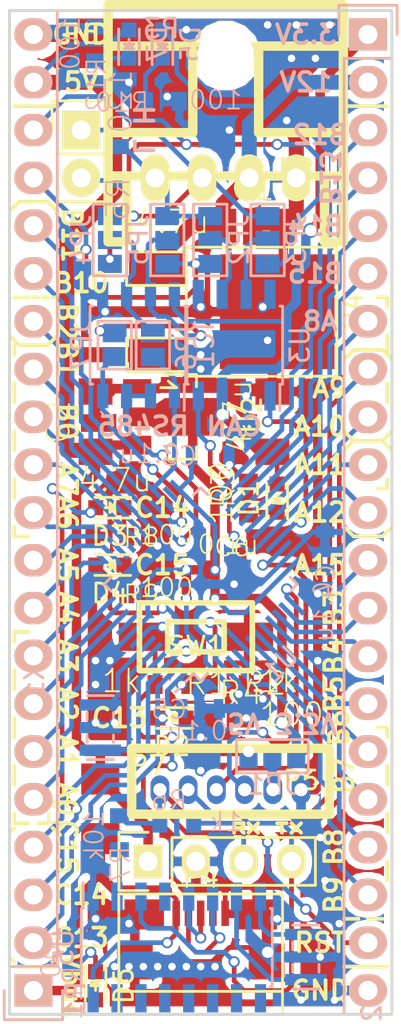
<source format=kicad_pcb>
(kicad_pcb (version 4) (host pcbnew 4.0.7)
  (layers (0 F.Cu signal) (31 B.Cu signal) (34 B.Paste user) (35 F.Paste user) (36 B.SilkS user) (37 F.SilkS user) (38 B.Mask user) (39 F.Mask user) (44 Edge.Cuts user))
  (net 0 "")
  (net 1 GND)
  (net 2 /NRST)
  (net 3 +12V)
  (net 4 /OSC_IN)
  (net 5 /OSC_OUT)
  (net 6 +3V3)
  (net 7 "Net-(D1-Pad2)")
  (net 8 "Net-(D2-Pad2)")
  (net 9 /LED)
  (net 10 /BOOT0)
  (net 11 /USART_TX)
  (net 12 /USART_RX)
  (net 13 /CAN_RX)
  (net 14 /CAN_TX)
  (net 15 /SWDIO)
  (net 16 /SWCLK)
  (net 17 /PC14)
  (net 18 /PC15)
  (net 19 /PA0)
  (net 20 /PA1)
  (net 21 /PA2)
  (net 22 /PB11)
  (net 23 /PB10)
  (net 24 /PB1)
  (net 25 /PA7)
  (net 26 /PA6)
  (net 27 /PA5)
  (net 28 /PA4)
  (net 29 /PA3)
  (net 30 /PB12)
  (net 31 /PB13)
  (net 32 /PB14)
  (net 33 /PB15)
  (net 34 /PA8)
  (net 35 /PA15)
  (net 36 /PB3)
  (net 37 /PB4)
  (net 38 /PB5)
  (net 39 /PB6)
  (net 40 /PB7)
  (net 41 /PB8)
  (net 42 /PB9)
  (net 43 "Net-(P6-Pad2)")
  (net 44 +5V)
  (net 45 "Net-(JP1-Pad2)")
  (net 46 /PB0)
  (net 47 /485dir)
  (net 48 "Net-(IC1-Pad6)")
  (net 49 "Net-(IC1-Pad7)")
  (net 50 "Net-(JP2-Pad2)")
  (net 51 "Net-(JP3-Pad2)")
  (net 52 "Net-(JP2-Pad1)")
  (net 53 "Net-(JP2-Pad3)")
  (net 54 "Net-(JP3-Pad1)")
  (net 55 "Net-(JP3-Pad3)")
  (net 56 "Net-(P4-Pad2)")
  (net 57 "Net-(P4-Pad3)")
  (net 58 "Net-(U5-Pad8)")
  (net 59 "Net-(U5-Pad7)")
  (net 60 "Net-(P7-Pad3)")
  (net 61 "Net-(R7-Pad1)")
  (net 62 /Vbus)
  (net 63 "Net-(D3-Pad2)")
  (net 64 "Net-(D4-Pad2)")
  (net 65 "Net-(D5-Pad2)")
  (net 66 "Net-(D6-Pad2)")
  (net 67 "Net-(D7-Pad2)")
  (module Pin_Headers:Pin_Header_Straight_1x21 (layer B.Cu) (at 22.86 71.12)
    (fp_text reference P1 (at 2.24 0.48 90) (layer B.SilkS) (effects (justify mirror)))
    (fp_text value CONN_01X21)
    (pad 1 thru_hole rect (at 0 0) (size 2.032 1.7272) (drill 1.016) (layers *.Cu *.Mask B.SilkS) (net 62 /Vbus))
    (pad 2 thru_hole oval (at 0 -2.54) (size 2.032 1.7272) (drill 1.016) (layers *.Cu *.Mask B.SilkS) (net 9 /LED))
    (pad 3 thru_hole oval (at 0 -5.08) (size 2.032 1.7272) (drill 1.016) (layers *.Cu *.Mask B.SilkS) (net 17 /PC14))
    (pad 4 thru_hole oval (at 0 -7.62) (size 2.032 1.7272) (drill 1.016) (layers *.Cu *.Mask B.SilkS) (net 18 /PC15))
    (pad 5 thru_hole oval (at 0 -10.16) (size 2.032 1.7272) (drill 1.016) (layers *.Cu *.Mask B.SilkS) (net 19 /PA0))
    (pad 6 thru_hole oval (at 0 -12.7) (size 2.032 1.7272) (drill 1.016) (layers *.Cu *.Mask B.SilkS) (net 20 /PA1))
    (pad 7 thru_hole oval (at 0 -15.24) (size 2.032 1.7272) (drill 1.016) (layers *.Cu *.Mask B.SilkS) (net 21 /PA2))
    (pad 8 thru_hole oval (at 0 -17.78) (size 2.032 1.7272) (drill 1.016) (layers *.Cu *.Mask B.SilkS) (net 29 /PA3))
    (pad 9 thru_hole oval (at 0 -20.32) (size 2.032 1.7272) (drill 1.016) (layers *.Cu *.Mask B.SilkS) (net 28 /PA4))
    (pad 10 thru_hole oval (at 0 -22.86) (size 2.032 1.7272) (drill 1.016) (layers *.Cu *.Mask B.SilkS) (net 27 /PA5))
    (pad 11 thru_hole oval (at 0 -25.4) (size 2.032 1.7272) (drill 1.016) (layers *.Cu *.Mask B.SilkS) (net 26 /PA6))
    (pad 12 thru_hole oval (at 0 -27.94) (size 2.032 1.7272) (drill 1.016) (layers *.Cu *.Mask B.SilkS) (net 25 /PA7))
    (pad 13 thru_hole oval (at 0 -30.48) (size 2.032 1.7272) (drill 1.016) (layers *.Cu *.Mask B.SilkS) (net 46 /PB0))
    (pad 14 thru_hole oval (at 0 -33.02) (size 2.032 1.7272) (drill 1.016) (layers *.Cu *.Mask B.SilkS) (net 24 /PB1))
    (pad 15 thru_hole oval (at 0 -35.56) (size 2.032 1.7272) (drill 1.016) (layers *.Cu *.Mask B.SilkS) (net 47 /485dir))
    (pad 16 thru_hole oval (at 0 -38.1) (size 2.032 1.7272) (drill 1.016) (layers *.Cu *.Mask B.SilkS) (net 23 /PB10))
    (pad 17 thru_hole oval (at 0 -40.64) (size 2.032 1.7272) (drill 1.016) (layers *.Cu *.Mask B.SilkS) (net 22 /PB11))
    (pad 18 thru_hole oval (at 0 -43.18) (size 2.032 1.7272) (drill 1.016) (layers *.Cu *.Mask B.SilkS) (net 52 "Net-(JP2-Pad1)"))
    (pad 19 thru_hole oval (at 0 -45.72) (size 2.032 1.7272) (drill 1.016) (layers *.Cu *.Mask B.SilkS) (net 54 "Net-(JP3-Pad1)"))
    (pad 20 thru_hole oval (at 0 -48.26) (size 2.032 1.7272) (drill 1.016) (layers *.Cu *.Mask B.SilkS) (net 44 +5V))
    (pad 21 thru_hole oval (at 0 -50.8) (size 2.032 1.7272) (drill 1.016) (layers *.Cu *.Mask B.SilkS) (net 1 GND))
  )
  (module Housings_SOIC:SOIC-16_3.9x9.9mm_Pitch1.27mm (layer B.Cu) (at 30.48 68.834 270)
    (fp_text reference U5 (at 0 6 270) (layer B.SilkS) (effects (justify mirror)))
    (fp_text value CH340)
    (pad 1 smd rect (at -2.7 4.445 270) (size 1.5 0.6) (layers B.Cu B.Paste B.Mask) (net 1 GND))
    (pad 2 smd rect (at -2.7 3.175 270) (size 1.5 0.6) (layers B.Cu B.Paste B.Mask) (net 61 "Net-(R7-Pad1)"))
    (pad 3 smd rect (at -2.7 1.905 270) (size 1.5 0.6) (layers B.Cu B.Paste B.Mask) (net 11 /USART_TX))
    (pad 4 smd rect (at -2.7 0.635 270) (size 1.5 0.6) (layers B.Cu B.Paste B.Mask))
    (pad 5 smd rect (at -2.7 -0.635 270) (size 1.5 0.6) (layers B.Cu B.Paste B.Mask) (net 57 "Net-(P4-Pad3)"))
    (pad 6 smd rect (at -2.7 -1.905 270) (size 1.5 0.6) (layers B.Cu B.Paste B.Mask) (net 56 "Net-(P4-Pad2)"))
    (pad 7 smd rect (at -2.7 -3.175 270) (size 1.5 0.6) (layers B.Cu B.Paste B.Mask) (net 59 "Net-(U5-Pad7)"))
    (pad 8 smd rect (at -2.7 -4.445 270) (size 1.5 0.6) (layers B.Cu B.Paste B.Mask) (net 58 "Net-(U5-Pad8)"))
    (pad 9 smd rect (at 2.7 -4.445 270) (size 1.5 0.6) (layers B.Cu B.Paste B.Mask))
    (pad 10 smd rect (at 2.7 -3.175 270) (size 1.5 0.6) (layers B.Cu B.Paste B.Mask))
    (pad 11 smd rect (at 2.7 -1.905 270) (size 1.5 0.6) (layers B.Cu B.Paste B.Mask))
    (pad 12 smd rect (at 2.7 -0.635 270) (size 1.5 0.6) (layers B.Cu B.Paste B.Mask))
    (pad 13 smd rect (at 2.7 0.635 270) (size 1.5 0.6) (layers B.Cu B.Paste B.Mask))
    (pad 14 smd rect (at 2.7 1.905 270) (size 1.5 0.6) (layers B.Cu B.Paste B.Mask))
    (pad 15 smd rect (at 2.7 3.175 270) (size 1.5 0.6) (layers B.Cu B.Paste B.Mask))
    (pad 16 smd rect (at 2.7 4.445 270) (size 1.5 0.6) (layers B.Cu B.Paste B.Mask) (net 62 /Vbus))
  )
  (module Connect:GS3 (layer B.Cu) (at 29.972 31.242 180)
    (fp_text reference JP5 (at 1.524 0 450) (layer B.SilkS) (effects (justify mirror)))
    (fp_text value JUMPER3)
    (pad 1 smd rect (at 0 1.27 180) (size 1.27 0.9652) (layers B.Cu B.Paste B.Mask) (net 53 "Net-(JP2-Pad3)"))
    (pad 2 smd rect (at 0 0 180) (size 1.27 0.9652) (layers B.Cu B.Paste B.Mask) (net 49 "Net-(IC1-Pad7)"))
    (pad 3 smd rect (at 0 -1.27 180) (size 1.27 0.9652) (layers B.Cu B.Paste B.Mask) (net 52 "Net-(JP2-Pad1)"))
  )
  (module RP_KiCAD_Connector:XA_4LC (layer F.Cu) (at 36.83 27.94 180)
    (fp_text reference P2 (at 0 0.5 180) (layer F.SilkS))
    (fp_text value CONN_01X04)
    (pad 1 thru_hole oval (at 0 0 180) (size 1.5 2.5) (drill 1) (layers *.Cu *.Mask F.SilkS) (net 1 GND))
    (pad 2 thru_hole oval (at 2.5 0 180) (size 1.5 2.5) (drill 1) (layers *.Cu *.Mask F.SilkS) (net 3 +12V))
    (pad 3 thru_hole oval (at 5 0 180) (size 1.5 2.5) (drill 1) (layers *.Cu *.Mask F.SilkS) (net 55 "Net-(JP3-Pad3)"))
    (pad 4 thru_hole oval (at 7.5 0 180) (size 1.5 2.5) (drill 1) (layers *.Cu *.Mask F.SilkS) (net 53 "Net-(JP2-Pad3)"))
    (pad "" thru_hole circle (at 3.75 6.5 180) (size 3 3) (drill 3) (layers *.Cu *.Mask F.SilkS) (clearance -0.3))
  )
  (module RP_KiCAD_Libs:C1608_WP (layer F.Cu) (at 30.226 54.864 180)
    (fp_text reference R1 (at -0.635 -0.635 180) (layer F.SilkS) (effects (font (size 1.2065 1.2065) (thickness 0.1016)) (justify left bottom)))
    (fp_text value 1k (at 3.81 -0.508 180) (layer F.SilkS) (effects (font (size 1.2065 1.2065) (thickness 0.1016)) (justify left bottom)))
    (pad 1 smd rect (at -0.9 0 180) (size 0.8 1) (layers F.Cu F.Paste F.Mask) (net 6 +3V3))
    (pad 2 smd rect (at 0.9 0 180) (size 0.8 1) (layers F.Cu F.Paste F.Mask) (net 2 /NRST))
  )
  (module RP_KiCAD_Libs:C1608_WP (layer F.Cu) (at 33.274 54.864 180)
    (fp_text reference R2 (at -0.635 -0.635 180) (layer F.SilkS) (effects (font (size 1.2065 1.2065) (thickness 0.1016)) (justify left bottom)))
    (fp_text value 1k (at -1.524 -0.508 180) (layer F.SilkS) (effects (font (size 1.2065 1.2065) (thickness 0.1016)) (justify left bottom)))
    (pad 1 smd rect (at -0.9 0 180) (size 0.8 1) (layers F.Cu F.Paste F.Mask) (net 1 GND))
    (pad 2 smd rect (at 0.9 0 180) (size 0.8 1) (layers F.Cu F.Paste F.Mask) (net 10 /BOOT0))
  )
  (module RP_KiCAD_Libs:C1608_WP (layer F.Cu) (at 34.29 44.958 90)
    (fp_text reference R3 (at -0.635 -0.635 90) (layer F.SilkS) (effects (font (size 1.2065 1.2065) (thickness 0.1016)) (justify left bottom)))
    (fp_text value 100 (at -1.524 -0.762 90) (layer F.SilkS) (effects (font (size 1.2065 1.2065) (thickness 0.1016)) (justify left bottom)))
    (pad 1 smd rect (at -0.9 0 90) (size 0.8 1) (layers F.Cu F.Paste F.Mask) (net 7 "Net-(D1-Pad2)"))
    (pad 2 smd rect (at 0.9 0 90) (size 0.8 1) (layers F.Cu F.Paste F.Mask) (net 1 GND))
  )
  (module RP_KiCAD_Libs:C1608_WP (layer F.Cu) (at 33.274 56.642)
    (fp_text reference R4 (at -0.635 -0.635) (layer F.SilkS) (effects (font (size 1.2065 1.2065) (thickness 0.1016)) (justify left bottom)))
    (fp_text value 100 (at 1.524 0.508) (layer F.SilkS) (effects (font (size 1.2065 1.2065) (thickness 0.1016)) (justify left bottom)))
    (pad 1 smd rect (at -0.9 0) (size 0.8 1) (layers F.Cu F.Paste F.Mask) (net 8 "Net-(D2-Pad2)"))
    (pad 2 smd rect (at 0.9 0) (size 0.8 1) (layers F.Cu F.Paste F.Mask) (net 1 GND))
  )
  (module Housings_QFP:LQFP-48_7x7mm_Pitch0.5mm (layer B.Cu) (at 31.75 49.53 45)
    (fp_text reference U1 (at 0 6 45) (layer B.SilkS) (effects (justify mirror)))
    (fp_text value STM32F103_48)
    (pad 1 smd rect (at -4.35 2.75 45) (size 1.3 0.25) (layers B.Cu B.Paste B.Mask) (net 6 +3V3))
    (pad 2 smd rect (at -4.35 2.25 45) (size 1.3 0.25) (layers B.Cu B.Paste B.Mask) (net 9 /LED))
    (pad 3 smd rect (at -4.35 1.75 45) (size 1.3 0.25) (layers B.Cu B.Paste B.Mask) (net 17 /PC14))
    (pad 4 smd rect (at -4.35 1.25 45) (size 1.3 0.25) (layers B.Cu B.Paste B.Mask) (net 18 /PC15))
    (pad 5 smd rect (at -4.35 0.75 45) (size 1.3 0.25) (layers B.Cu B.Paste B.Mask) (net 4 /OSC_IN))
    (pad 6 smd rect (at -4.35 0.25 45) (size 1.3 0.25) (layers B.Cu B.Paste B.Mask) (net 5 /OSC_OUT))
    (pad 7 smd rect (at -4.35 -0.25 45) (size 1.3 0.25) (layers B.Cu B.Paste B.Mask) (net 2 /NRST))
    (pad 8 smd rect (at -4.35 -0.75 45) (size 1.3 0.25) (layers B.Cu B.Paste B.Mask) (net 1 GND))
    (pad 9 smd rect (at -4.35 -1.25 45) (size 1.3 0.25) (layers B.Cu B.Paste B.Mask) (net 6 +3V3))
    (pad 10 smd rect (at -4.35 -1.75 45) (size 1.3 0.25) (layers B.Cu B.Paste B.Mask) (net 19 /PA0))
    (pad 11 smd rect (at -4.35 -2.25 45) (size 1.3 0.25) (layers B.Cu B.Paste B.Mask) (net 20 /PA1))
    (pad 12 smd rect (at -4.35 -2.75 45) (size 1.3 0.25) (layers B.Cu B.Paste B.Mask) (net 21 /PA2))
    (pad 13 smd rect (at -2.75 -4.35 315) (size 1.3 0.25) (layers B.Cu B.Paste B.Mask) (net 29 /PA3))
    (pad 14 smd rect (at -2.25 -4.35 315) (size 1.3 0.25) (layers B.Cu B.Paste B.Mask) (net 28 /PA4))
    (pad 15 smd rect (at -1.75 -4.35 315) (size 1.3 0.25) (layers B.Cu B.Paste B.Mask) (net 27 /PA5))
    (pad 16 smd rect (at -1.25 -4.35 315) (size 1.3 0.25) (layers B.Cu B.Paste B.Mask) (net 26 /PA6))
    (pad 17 smd rect (at -0.75 -4.35 315) (size 1.3 0.25) (layers B.Cu B.Paste B.Mask) (net 25 /PA7))
    (pad 18 smd rect (at -0.25 -4.35 315) (size 1.3 0.25) (layers B.Cu B.Paste B.Mask) (net 46 /PB0))
    (pad 19 smd rect (at 0.25 -4.35 315) (size 1.3 0.25) (layers B.Cu B.Paste B.Mask) (net 24 /PB1))
    (pad 20 smd rect (at 0.75 -4.35 315) (size 1.3 0.25) (layers B.Cu B.Paste B.Mask) (net 47 /485dir))
    (pad 21 smd rect (at 1.25 -4.35 315) (size 1.3 0.25) (layers B.Cu B.Paste B.Mask) (net 23 /PB10))
    (pad 22 smd rect (at 1.75 -4.35 315) (size 1.3 0.25) (layers B.Cu B.Paste B.Mask) (net 22 /PB11))
    (pad 23 smd rect (at 2.25 -4.35 315) (size 1.3 0.25) (layers B.Cu B.Paste B.Mask) (net 1 GND))
    (pad 24 smd rect (at 2.75 -4.35 315) (size 1.3 0.25) (layers B.Cu B.Paste B.Mask) (net 6 +3V3))
    (pad 25 smd rect (at 4.35 -2.75 45) (size 1.3 0.25) (layers B.Cu B.Paste B.Mask) (net 30 /PB12))
    (pad 26 smd rect (at 4.35 -2.25 45) (size 1.3 0.25) (layers B.Cu B.Paste B.Mask) (net 31 /PB13))
    (pad 27 smd rect (at 4.35 -1.75 45) (size 1.3 0.25) (layers B.Cu B.Paste B.Mask) (net 32 /PB14))
    (pad 28 smd rect (at 4.35 -1.25 45) (size 1.3 0.25) (layers B.Cu B.Paste B.Mask) (net 33 /PB15))
    (pad 29 smd rect (at 4.35 -0.75 45) (size 1.3 0.25) (layers B.Cu B.Paste B.Mask) (net 34 /PA8))
    (pad 30 smd rect (at 4.35 -0.25 45) (size 1.3 0.25) (layers B.Cu B.Paste B.Mask) (net 11 /USART_TX))
    (pad 31 smd rect (at 4.35 0.25 45) (size 1.3 0.25) (layers B.Cu B.Paste B.Mask) (net 12 /USART_RX))
    (pad 32 smd rect (at 4.35 0.75 45) (size 1.3 0.25) (layers B.Cu B.Paste B.Mask) (net 13 /CAN_RX))
    (pad 33 smd rect (at 4.35 1.25 45) (size 1.3 0.25) (layers B.Cu B.Paste B.Mask) (net 14 /CAN_TX))
    (pad 34 smd rect (at 4.35 1.75 45) (size 1.3 0.25) (layers B.Cu B.Paste B.Mask) (net 15 /SWDIO))
    (pad 35 smd rect (at 4.35 2.25 45) (size 1.3 0.25) (layers B.Cu B.Paste B.Mask) (net 1 GND))
    (pad 36 smd rect (at 4.35 2.75 45) (size 1.3 0.25) (layers B.Cu B.Paste B.Mask) (net 6 +3V3))
    (pad 37 smd rect (at 2.75 4.35 315) (size 1.3 0.25) (layers B.Cu B.Paste B.Mask) (net 16 /SWCLK))
    (pad 38 smd rect (at 2.25 4.35 315) (size 1.3 0.25) (layers B.Cu B.Paste B.Mask) (net 35 /PA15))
    (pad 39 smd rect (at 1.75 4.35 315) (size 1.3 0.25) (layers B.Cu B.Paste B.Mask) (net 36 /PB3))
    (pad 40 smd rect (at 1.25 4.35 315) (size 1.3 0.25) (layers B.Cu B.Paste B.Mask) (net 37 /PB4))
    (pad 41 smd rect (at 0.75 4.35 315) (size 1.3 0.25) (layers B.Cu B.Paste B.Mask) (net 38 /PB5))
    (pad 42 smd rect (at 0.25 4.35 315) (size 1.3 0.25) (layers B.Cu B.Paste B.Mask) (net 39 /PB6))
    (pad 43 smd rect (at -0.25 4.35 315) (size 1.3 0.25) (layers B.Cu B.Paste B.Mask) (net 40 /PB7))
    (pad 44 smd rect (at -0.75 4.35 315) (size 1.3 0.25) (layers B.Cu B.Paste B.Mask) (net 10 /BOOT0))
    (pad 45 smd rect (at -1.25 4.35 315) (size 1.3 0.25) (layers B.Cu B.Paste B.Mask) (net 41 /PB8))
    (pad 46 smd rect (at -1.75 4.35 315) (size 1.3 0.25) (layers B.Cu B.Paste B.Mask) (net 42 /PB9))
    (pad 47 smd rect (at -2.25 4.35 315) (size 1.3 0.25) (layers B.Cu B.Paste B.Mask) (net 1 GND))
    (pad 48 smd rect (at -2.75 4.35 315) (size 1.3 0.25) (layers B.Cu B.Paste B.Mask) (net 6 +3V3))
  )
  (module Housings_SOIC:SOIC-8_3.9x4.9mm_Pitch1.27mm (layer B.Cu) (at 33.528 36.83 90)
    (fp_text reference U3 (at 0 3.5 90) (layer B.SilkS) (effects (justify mirror)))
    (fp_text value MAX3051)
    (pad 1 smd rect (at -2.7 1.905 90) (size 1.55 0.6) (layers B.Cu B.Paste B.Mask) (net 14 /CAN_TX))
    (pad 2 smd rect (at -2.7 0.635 90) (size 1.55 0.6) (layers B.Cu B.Paste B.Mask) (net 1 GND))
    (pad 3 smd rect (at -2.7 -0.635 90) (size 1.55 0.6) (layers B.Cu B.Paste B.Mask) (net 6 +3V3))
    (pad 4 smd rect (at -2.7 -1.905 90) (size 1.55 0.6) (layers B.Cu B.Paste B.Mask) (net 13 /CAN_RX))
    (pad 5 smd rect (at 2.7 -1.905 90) (size 1.55 0.6) (layers B.Cu B.Paste B.Mask) (net 1 GND))
    (pad 6 smd rect (at 2.7 -0.635 90) (size 1.55 0.6) (layers B.Cu B.Paste B.Mask) (net 50 "Net-(JP2-Pad2)"))
    (pad 7 smd rect (at 2.7 0.635 90) (size 1.55 0.6) (layers B.Cu B.Paste B.Mask) (net 51 "Net-(JP3-Pad2)"))
    (pad 8 smd rect (at 2.7 1.905 90) (size 1.55 0.6) (layers B.Cu B.Paste B.Mask) (net 1 GND))
  )
  (module RP_KiCAD_Connector:ZH_6T (layer F.Cu) (at 37.084 60.452 180)
    (fp_text reference P5 (at 0 0.5 180) (layer F.SilkS))
    (fp_text value CONN_01X06)
    (pad 1 thru_hole oval (at 0 0 180) (size 1 1.524) (drill 0.7) (layers *.Cu *.Mask) (net 1 GND))
    (pad 2 thru_hole oval (at 1.5 0 180) (size 1 1.524) (drill 0.7) (layers *.Cu *.Mask) (net 45 "Net-(JP1-Pad2)"))
    (pad 3 thru_hole oval (at 3 0 180) (size 1 1.524) (drill 0.7) (layers *.Cu *.Mask) (net 16 /SWCLK))
    (pad 4 thru_hole oval (at 4.5 0 180) (size 1 1.524) (drill 0.7) (layers *.Cu *.Mask) (net 15 /SWDIO))
    (pad 5 thru_hole oval (at 6 0 180) (size 1 1.524) (drill 0.7) (layers *.Cu *.Mask) (net 11 /USART_TX))
    (pad 6 thru_hole oval (at 7.5 0 180) (size 1 1.524) (drill 0.7) (layers *.Cu *.Mask) (net 12 /USART_RX))
  )
  (module Pin_Headers:Pin_Header_Straight_1x02 (layer F.Cu) (at 25.4 25.4)
    (fp_text reference P6 (at 0 -5.1) (layer F.SilkS))
    (fp_text value CONN_01X02)
    (pad 1 thru_hole rect (at 0 0) (size 2.032 2.032) (drill 1.016) (layers *.Cu *.Mask F.SilkS) (net 55 "Net-(JP3-Pad3)"))
    (pad 2 thru_hole oval (at 0 2.54) (size 2.032 2.032) (drill 1.016) (layers *.Cu *.Mask F.SilkS) (net 43 "Net-(P6-Pad2)"))
  )
  (module RP_KiCAD_Libs:C1608_WP (layer B.Cu) (at 27.432 27.178 90)
    (fp_text reference R5 (at -0.635 0.635 90) (layer B.SilkS) (effects (font (size 1.2065 1.2065) (thickness 0.1016)) (justify left bottom mirror)))
    (fp_text value 120 (at 5.08 0.762 90) (layer B.SilkS) (effects (font (size 1.2065 1.2065) (thickness 0.1016)) (justify left bottom mirror)))
    (pad 1 smd rect (at -0.9 0 90) (size 0.8 1) (layers B.Cu B.Paste B.Mask) (net 43 "Net-(P6-Pad2)"))
    (pad 2 smd rect (at 0.9 0 90) (size 0.8 1) (layers B.Cu B.Paste B.Mask) (net 53 "Net-(JP2-Pad3)"))
  )
  (module Connect:GS3 (layer B.Cu) (at 35.56 58.674 270)
    (fp_text reference JP1 (at 1.524 0 540) (layer B.SilkS) (effects (justify mirror)))
    (fp_text value JUMPER3)
    (pad 1 smd rect (at 0 1.27 270) (size 1.27 0.9652) (layers B.Cu B.Paste B.Mask) (net 44 +5V))
    (pad 2 smd rect (at 0 0 270) (size 1.27 0.9652) (layers B.Cu B.Paste B.Mask) (net 45 "Net-(JP1-Pad2)"))
    (pad 3 smd rect (at 0 -1.27 270) (size 1.27 0.9652) (layers B.Cu B.Paste B.Mask) (net 6 +3V3))
  )
  (module LEDs:LED_0603 (layer F.Cu) (at 35.814 44.958 90)
    (fp_text reference D1 (at 0 -1.5 90) (layer F.SilkS))
    (fp_text value LED)
    (pad 1 smd rect (at 0.7493 0 270) (size 0.79756 0.79756) (layers F.Cu F.Paste F.Mask) (net 6 +3V3))
    (pad 2 smd rect (at -0.7493 0 270) (size 0.79756 0.79756) (layers F.Cu F.Paste F.Mask) (net 7 "Net-(D1-Pad2)"))
  )
  (module LEDs:LED_0603 (layer F.Cu) (at 30.226 56.642 180)
    (fp_text reference D2 (at 0 -1.5 180) (layer F.SilkS))
    (fp_text value LED)
    (pad 1 smd rect (at 0.7493 0) (size 0.79756 0.79756) (layers F.Cu F.Paste F.Mask) (net 9 /LED))
    (pad 2 smd rect (at -0.7493 0) (size 0.79756 0.79756) (layers F.Cu F.Paste F.Mask) (net 8 "Net-(D2-Pad2)"))
  )
  (module TO_SOT_Packages_SMD:SOT89-3_Housing (layer F.Cu) (at 30.226 40.64 270)
    (fp_text reference U2 (at -0.09906 -4.24942 270) (layer F.SilkS))
    (fp_text value NCP1117ST33T3G)
    (pad 1 smd rect (at -1.50114 1.85166 270) (size 1.00076 1.50114) (layers F.Cu F.Paste F.Mask) (net 1 GND))
    (pad 2 smd rect (at 0 1.85166 270) (size 1.00076 1.50114) (layers F.Cu F.Paste F.Mask) (net 6 +3V3))
    (pad 3 smd rect (at 1.50114 1.85166 270) (size 1.00076 1.50114) (layers F.Cu F.Paste F.Mask) (net 44 +5V))
    (pad 2 smd rect (at 0 -1.09982 270) (size 1.99898 2.99974) (layers F.Cu F.Paste F.Mask) (net 6 +3V3))
    (pad 2 smd trapezoid (at 0 0.7493 90) (size 1.50114 0.7493) (rect_delta 0 0.50038) (layers F.Cu F.Paste F.Mask) (net 6 +3V3))
  )
  (module TO_SOT_Packages_SMD:TO-252-2Lead_regu (layer F.Cu) (at 29.464 35.052 270)
    (fp_text reference U4 (at 0 -10.414 270) (layer F.SilkS))
    (fp_text value 78L05)
    (pad VI smd rect (at -2.286 0 270) (size 1.651 3.048) (layers F.Cu F.Paste F.Mask) (net 3 +12V))
    (pad GND smd rect (at 0 -6.35 270) (size 6.096 6.096) (layers F.Cu F.Paste F.Mask) (net 1 GND))
    (pad VO smd rect (at 2.286 0 270) (size 1.651 3.048) (layers F.Cu F.Paste F.Mask) (net 44 +5V))
  )
  (module Crystals:Resonator_3×1.3mm (layer B.Cu) (at 26.416 57.15 270)
    (fp_text reference X1 (at -2.5 3.5 270) (layer B.SilkS) (effects (justify mirror)))
    (fp_text value ceralock)
    (pad 1 smd rect (at -1.2 0 270) (size 0.6 2.2) (layers B.Cu B.Paste B.Mask) (net 5 /OSC_OUT))
    (pad 2 smd rect (at 0 0 270) (size 0.6 2.2) (layers B.Cu B.Paste B.Mask) (net 1 GND))
    (pad 3 smd rect (at 1.2 0 270) (size 0.6 2.2) (layers B.Cu B.Paste B.Mask) (net 4 /OSC_IN))
  )
  (module RP_KiCAD_Libs:C3216_S (layer F.Cu) (at 34.544 30.48)
    (fp_text reference C1 (at -1.27 -1.27) (layer F.SilkS) (effects (font (size 1.2065 1.2065) (thickness 0.1016)) (justify left bottom)))
    (fp_text value 4.7u (at -6.35 0.508) (layer F.SilkS) (effects (font (size 1.2065 1.2065) (thickness 0.1016)) (justify left bottom)))
    (pad 1 smd rect (at -1.6 0) (size 1.4 1.8) (layers F.Cu F.Paste F.Mask) (net 3 +12V))
    (pad 2 smd rect (at 1.6 0) (size 1.4 1.8) (layers F.Cu F.Paste F.Mask) (net 1 GND))
  )
  (module RP_KiCAD_Libs:C3216_S (layer F.Cu) (at 26.162 40.894 90)
    (fp_text reference C2 (at -1.27 -1.27 90) (layer F.SilkS) (effects (font (size 1.2065 1.2065) (thickness 0.1016)) (justify left bottom)))
    (fp_text value 4.7u (at -3.81 -1.016 180) (layer F.SilkS) (effects (font (size 1.2065 1.2065) (thickness 0.1016)) (justify left bottom)))
    (pad 1 smd rect (at -1.6 0 90) (size 1.4 1.8) (layers F.Cu F.Paste F.Mask) (net 44 +5V))
    (pad 2 smd rect (at 1.6 0 90) (size 1.4 1.8) (layers F.Cu F.Paste F.Mask) (net 1 GND))
  )
  (module RP_KiCAD_Libs:C3216_S (layer F.Cu) (at 35.56 40.894 90)
    (fp_text reference C7 (at -1.27 -1.27 90) (layer F.SilkS) (effects (font (size 1.2065 1.2065) (thickness 0.1016)) (justify left bottom)))
    (fp_text value 4.7u (at -1.778 -1.016 90) (layer F.SilkS) (effects (font (size 1.2065 1.2065) (thickness 0.1016)) (justify left bottom)))
    (pad 1 smd rect (at -1.6 0 90) (size 1.4 1.8) (layers F.Cu F.Paste F.Mask) (net 6 +3V3))
    (pad 2 smd rect (at 1.6 0 90) (size 1.4 1.8) (layers F.Cu F.Paste F.Mask) (net 1 GND))
  )
  (module Housings_SOIC:SOIC-8_3.9x4.9mm_Pitch1.27mm_S (layer B.Cu) (at 28.448 36.83 90)
    (fp_text reference IC1 (at 0 3.5 90) (layer B.SilkS) (effects (justify mirror)))
    (fp_text value SP3485EN)
    (pad 1 smd rect (at -2.7 1.905 90) (size 1.3 0.6) (layers B.Cu B.Paste B.Mask) (net 22 /PB11))
    (pad 2 smd rect (at -2.7 0.635 90) (size 1.3 0.6) (layers B.Cu B.Paste B.Mask) (net 47 /485dir))
    (pad 3 smd rect (at -2.7 -0.635 90) (size 1.3 0.6) (layers B.Cu B.Paste B.Mask) (net 47 /485dir))
    (pad 4 smd rect (at -2.7 -1.905 90) (size 1.3 0.6) (layers B.Cu B.Paste B.Mask) (net 23 /PB10))
    (pad 5 smd rect (at 2.7 -1.905 90) (size 1.3 0.6) (layers B.Cu B.Paste B.Mask) (net 1 GND))
    (pad 6 smd rect (at 2.7 -0.635 90) (size 1.3 0.6) (layers B.Cu B.Paste B.Mask) (net 48 "Net-(IC1-Pad6)"))
    (pad 7 smd rect (at 2.7 0.635 90) (size 1.3 0.6) (layers B.Cu B.Paste B.Mask) (net 49 "Net-(IC1-Pad7)"))
    (pad 8 smd rect (at 2.7 1.905 90) (size 1.3 0.6) (layers B.Cu B.Paste B.Mask) (net 6 +3V3))
  )
  (module Connect:GS3 (layer B.Cu) (at 32.258 31.242)
    (fp_text reference JP2 (at 1.524 0 270) (layer B.SilkS) (effects (justify mirror)))
    (fp_text value JUMPER3)
    (pad 1 smd rect (at 0 1.27) (size 1.27 0.9652) (layers B.Cu B.Paste B.Mask) (net 52 "Net-(JP2-Pad1)"))
    (pad 2 smd rect (at 0 0) (size 1.27 0.9652) (layers B.Cu B.Paste B.Mask) (net 50 "Net-(JP2-Pad2)"))
    (pad 3 smd rect (at 0 -1.27) (size 1.27 0.9652) (layers B.Cu B.Paste B.Mask) (net 53 "Net-(JP2-Pad3)"))
  )
  (module Connect:GS3 (layer B.Cu) (at 35.306 31.242)
    (fp_text reference JP3 (at 1.524 0 270) (layer B.SilkS) (effects (justify mirror)))
    (fp_text value JUMPER3)
    (pad 1 smd rect (at 0 1.27) (size 1.27 0.9652) (layers B.Cu B.Paste B.Mask) (net 54 "Net-(JP3-Pad1)"))
    (pad 2 smd rect (at 0 0) (size 1.27 0.9652) (layers B.Cu B.Paste B.Mask) (net 51 "Net-(JP3-Pad2)"))
    (pad 3 smd rect (at 0 -1.27) (size 1.27 0.9652) (layers B.Cu B.Paste B.Mask) (net 55 "Net-(JP3-Pad3)"))
  )
  (module Connect:GS3 (layer B.Cu) (at 26.924 31.242 180)
    (fp_text reference JP4 (at 1.524 0 450) (layer B.SilkS) (effects (justify mirror)))
    (fp_text value JUMPER3)
    (pad 1 smd rect (at 0 1.27 180) (size 1.27 0.9652) (layers B.Cu B.Paste B.Mask) (net 55 "Net-(JP3-Pad3)"))
    (pad 2 smd rect (at 0 0 180) (size 1.27 0.9652) (layers B.Cu B.Paste B.Mask) (net 48 "Net-(IC1-Pad6)"))
    (pad 3 smd rect (at 0 -1.27 180) (size 1.27 0.9652) (layers B.Cu B.Paste B.Mask) (net 54 "Net-(JP3-Pad1)"))
  )
  (module Connect:GS2 (layer B.Cu) (at 29.21 36.83)
    (fp_text reference JP6 (at 1.778 0 270) (layer B.SilkS) (effects (justify mirror)))
    (fp_text value JUMPER)
    (pad 1 smd rect (at 0 0.635) (size 1.27 0.9652) (layers B.Cu B.Paste B.Mask) (net 22 /PB11))
    (pad 2 smd rect (at 0 -0.635) (size 1.27 0.9652) (layers B.Cu B.Paste B.Mask) (net 48 "Net-(IC1-Pad6)"))
  )
  (module Connect:GS2 (layer B.Cu) (at 27.178 36.83 180)
    (fp_text reference JP7 (at 1.778 0 450) (layer B.SilkS) (effects (justify mirror)))
    (fp_text value JUMPER)
    (pad 1 smd rect (at 0 0.635 180) (size 1.27 0.9652) (layers B.Cu B.Paste B.Mask) (net 49 "Net-(IC1-Pad7)"))
    (pad 2 smd rect (at 0 -0.635 180) (size 1.27 0.9652) (layers B.Cu B.Paste B.Mask) (net 23 /PB10))
  )
  (module RP_KiCAD_Libs:C1608_WP_S (layer B.Cu) (at 32.258 42.672)
    (fp_text reference C3 (at -0.635 0.635) (layer B.SilkS) (effects (font (thickness 0.1)) (justify left bottom mirror)))
    (fp_text value 0.1u (at -1.524 0.508) (layer B.SilkS) (effects (font (thickness 0.1)) (justify left bottom mirror)))
    (pad 1 smd rect (at -1 0) (size 0.6 1) (layers B.Cu B.Paste B.Mask) (net 6 +3V3))
    (pad 2 smd rect (at 1 0) (size 0.6 1) (layers B.Cu B.Paste B.Mask) (net 1 GND))
  )
  (module RP_KiCAD_Libs:C1608_WP_S (layer B.Cu) (at 38.354 47.752 90)
    (fp_text reference C4 (at -0.635 0.635 90) (layer B.SilkS) (effects (font (thickness 0.1)) (justify left bottom mirror)))
    (fp_text value 0.1u (at -1.524 0.508 90) (layer B.SilkS) (effects (font (thickness 0.1)) (justify left bottom mirror)))
    (pad 1 smd rect (at -1 0 90) (size 0.6 1) (layers B.Cu B.Paste B.Mask) (net 6 +3V3))
    (pad 2 smd rect (at 1 0 90) (size 0.6 1) (layers B.Cu B.Paste B.Mask) (net 1 GND))
  )
  (module RP_KiCAD_Libs:C1608_WP_S (layer B.Cu) (at 31.75 56.134)
    (fp_text reference C5 (at -0.635 0.635) (layer B.SilkS) (effects (font (thickness 0.1)) (justify left bottom mirror)))
    (fp_text value 0.1u (at 1.524 1.778) (layer B.SilkS) (effects (font (thickness 0.1)) (justify left bottom mirror)))
    (pad 1 smd rect (at -1 0) (size 0.6 1) (layers B.Cu B.Paste B.Mask) (net 6 +3V3))
    (pad 2 smd rect (at 1 0) (size 0.6 1) (layers B.Cu B.Paste B.Mask) (net 1 GND))
  )
  (module RP_KiCAD_Libs:C1608_WP_S (layer F.Cu) (at 33.02 48.768)
    (fp_text reference C6 (at -0.635 -0.635) (layer F.SilkS) (effects (font (thickness 0.1)) (justify left bottom)))
    (fp_text value 0.1u (at -1.524 -0.762) (layer F.SilkS) (effects (font (thickness 0.1)) (justify left bottom)))
    (pad 1 smd rect (at -1 0) (size 0.6 1) (layers F.Cu F.Paste F.Mask) (net 6 +3V3))
    (pad 2 smd rect (at 1 0) (size 0.6 1) (layers F.Cu F.Paste F.Mask) (net 1 GND))
  )
  (module Buttons_Switches_SMD:RP_SMD_Button (layer F.Cu) (at 31.496 52.324)
    (fp_text reference SW1 (at 0 0.5) (layer F.SilkS))
    (fp_text value SW_PUSH)
    (pad 1 smd rect (at 2.8 0) (size 2.6 1.5) (layers F.Cu F.Paste F.Mask) (net 1 GND))
    (pad 2 smd rect (at -2.8 0) (size 2.6 1.5) (layers F.Cu F.Paste F.Mask) (net 2 /NRST))
  )
  (module Crystals:Resonator_3×1.3mm (layer B.Cu) (at 37.338 69.342 90)
    (fp_text reference X2 (at -2.5 3.5 90) (layer B.SilkS) (effects (justify mirror)))
    (fp_text value ceralock)
    (pad 1 smd rect (at -1.2 0 90) (size 0.6 2.2) (layers B.Cu B.Paste B.Mask) (net 59 "Net-(U5-Pad7)"))
    (pad 2 smd rect (at 0 0 90) (size 0.6 2.2) (layers B.Cu B.Paste B.Mask) (net 1 GND))
    (pad 3 smd rect (at 1.2 0 90) (size 0.6 2.2) (layers B.Cu B.Paste B.Mask) (net 58 "Net-(U5-Pad8)"))
  )
  (module Fuse_Holders_and_Fuses:Fuse_SMD1206_Wave (layer F.Cu) (at 26.416 61.468 90)
    (fp_text reference F1 (at -0.0508 -2.19964 90) (layer F.SilkS))
    (fp_text value FUSE)
    (pad 1 smd rect (at -1.58496 0 180) (size 2.02946 1.651) (layers F.Cu F.Paste F.Mask) (net 62 /Vbus))
    (pad 2 smd rect (at 1.58496 0 180) (size 2.02946 1.651) (layers F.Cu F.Paste F.Mask) (net 44 +5V))
  )
  (module Connect:USB_Micro-B (layer F.Cu) (at 31.75 68.58)
    (fp_text reference P4 (at 0 -3.45) (layer F.SilkS))
    (fp_text value USB_OTG)
    (pad 1 smd rect (at -1.3009 -1.56254 90) (size 1.35 0.4) (layers F.Cu F.Paste F.Mask) (net 62 /Vbus))
    (pad 2 smd rect (at -0.6509 -1.56254 90) (size 1.35 0.4) (layers F.Cu F.Paste F.Mask) (net 56 "Net-(P4-Pad2)"))
    (pad 3 smd rect (at -0.0009 -1.56254 90) (size 1.35 0.4) (layers F.Cu F.Paste F.Mask) (net 57 "Net-(P4-Pad3)"))
    (pad 4 smd rect (at 0.6491 -1.56254 90) (size 1.35 0.4) (layers F.Cu F.Paste F.Mask))
    (pad 5 smd rect (at 1.2991 -1.56254 90) (size 1.35 0.4) (layers F.Cu F.Paste F.Mask) (net 1 GND))
    (pad 6 smd rect (at -3 -1.5) (size 2.1 1.6) (layers F.Cu F.Paste F.Mask) (net 1 GND))
    (pad 6 smd rect (at -3.5 1) (size 1.9 1.9) (layers F.Cu F.Paste F.Mask) (net 1 GND))
    (pad 6 smd rect (at 3.5 1) (size 1.9 1.9) (layers F.Cu F.Paste F.Mask) (net 1 GND))
    (pad 6 smd rect (at 3 -1.5) (size 2.1 1.6) (layers F.Cu F.Paste F.Mask) (net 1 GND))
  )
  (module RP_KiCAD_Libs:C1608_WP (layer B.Cu) (at 30.48 62.23 180)
    (fp_text reference R6 (at -0.635 0.635 180) (layer B.SilkS) (effects (font (thickness 0.1)) (justify left bottom mirror)))
    (fp_text value 1k (at -3.556 -0.508 180) (layer B.SilkS) (effects (font (thickness 0.1)) (justify left bottom mirror)))
    (pad 1 smd rect (at -0.9 0 180) (size 0.8 1) (layers B.Cu B.Paste B.Mask) (net 60 "Net-(P7-Pad3)"))
    (pad 2 smd rect (at 0.9 0 180) (size 0.8 1) (layers B.Cu B.Paste B.Mask) (net 12 /USART_RX))
  )
  (module RP_KiCAD_Libs:C1608_WP (layer B.Cu) (at 27.432 62.738 90)
    (fp_text reference R7 (at -0.635 0.635 90) (layer B.SilkS) (effects (font (thickness 0.1)) (justify left bottom mirror)))
    (fp_text value 10k (at 1.27 -0.762 90) (layer B.SilkS) (effects (font (thickness 0.1)) (justify left bottom mirror)))
    (pad 1 smd rect (at -0.9 0 90) (size 0.8 1) (layers B.Cu B.Paste B.Mask) (net 61 "Net-(R7-Pad1)"))
    (pad 2 smd rect (at 0.9 0 90) (size 0.8 1) (layers B.Cu B.Paste B.Mask) (net 12 /USART_RX))
  )
  (module Connect:Socket_Strip_Straight_1x04_mini (layer F.Cu) (at 28.956 64.262)
    (fp_text reference P7 (at 0 -5.1) (layer F.SilkS))
    (fp_text value CONN_01X04)
    (pad 1 thru_hole rect (at 0 0) (size 1.5 1.8) (drill 1.016) (layers *.Cu *.Mask F.SilkS) (net 44 +5V))
    (pad 2 thru_hole oval (at 2.54 0) (size 1.5 1.8) (drill 1.016) (layers *.Cu *.Mask F.SilkS) (net 1 GND))
    (pad 3 thru_hole oval (at 5.08 0) (size 1.5 1.8) (drill 1.016) (layers *.Cu *.Mask F.SilkS) (net 60 "Net-(P7-Pad3)"))
    (pad 4 thru_hole oval (at 7.62 0) (size 1.5 1.8) (drill 1.016) (layers *.Cu *.Mask F.SilkS) (net 11 /USART_TX))
  )
  (module Pin_Headers:Pin_Header_Straight_1x21 (layer B.Cu) (at 40.64 20.32 180)
    (fp_text reference P3 (at 10.99 0.32 180) (layer B.SilkS) (effects (justify mirror)))
    (fp_text value CONN_01X21)
    (pad 1 thru_hole rect (at 0 0 180) (size 2.032 1.7272) (drill 1.016) (layers *.Cu *.Mask B.SilkS) (net 6 +3V3))
    (pad 2 thru_hole oval (at 0 -2.54 180) (size 2.032 1.7272) (drill 1.016) (layers *.Cu *.Mask B.SilkS) (net 3 +12V))
    (pad 3 thru_hole oval (at 0 -5.08 180) (size 2.032 1.7272) (drill 1.016) (layers *.Cu *.Mask B.SilkS) (net 30 /PB12))
    (pad 4 thru_hole oval (at 0 -7.62 180) (size 2.032 1.7272) (drill 1.016) (layers *.Cu *.Mask B.SilkS) (net 31 /PB13))
    (pad 5 thru_hole oval (at 0 -10.16 180) (size 2.032 1.7272) (drill 1.016) (layers *.Cu *.Mask B.SilkS) (net 32 /PB14))
    (pad 6 thru_hole oval (at 0 -12.7 180) (size 2.032 1.7272) (drill 1.016) (layers *.Cu *.Mask B.SilkS) (net 33 /PB15))
    (pad 7 thru_hole oval (at 0 -15.24 180) (size 2.032 1.7272) (drill 1.016) (layers *.Cu *.Mask B.SilkS) (net 34 /PA8))
    (pad 8 thru_hole oval (at 0 -17.78 180) (size 2.032 1.7272) (drill 1.016) (layers *.Cu *.Mask B.SilkS) (net 11 /USART_TX))
    (pad 9 thru_hole oval (at 0 -20.32 180) (size 2.032 1.7272) (drill 1.016) (layers *.Cu *.Mask B.SilkS) (net 12 /USART_RX))
    (pad 10 thru_hole oval (at 0 -22.86 180) (size 2.032 1.7272) (drill 1.016) (layers *.Cu *.Mask B.SilkS) (net 13 /CAN_RX))
    (pad 11 thru_hole oval (at 0 -25.4 180) (size 2.032 1.7272) (drill 1.016) (layers *.Cu *.Mask B.SilkS) (net 14 /CAN_TX))
    (pad 12 thru_hole oval (at 0 -27.94 180) (size 2.032 1.7272) (drill 1.016) (layers *.Cu *.Mask B.SilkS) (net 35 /PA15))
    (pad 13 thru_hole oval (at 0 -30.48 180) (size 2.032 1.7272) (drill 1.016) (layers *.Cu *.Mask B.SilkS) (net 36 /PB3))
    (pad 14 thru_hole oval (at 0 -33.02 180) (size 2.032 1.7272) (drill 1.016) (layers *.Cu *.Mask B.SilkS) (net 37 /PB4))
    (pad 15 thru_hole oval (at 0 -35.56 180) (size 2.032 1.7272) (drill 1.016) (layers *.Cu *.Mask B.SilkS) (net 38 /PB5))
    (pad 16 thru_hole oval (at 0 -38.1 180) (size 2.032 1.7272) (drill 1.016) (layers *.Cu *.Mask B.SilkS) (net 39 /PB6))
    (pad 17 thru_hole oval (at 0 -40.64 180) (size 2.032 1.7272) (drill 1.016) (layers *.Cu *.Mask B.SilkS) (net 40 /PB7))
    (pad 18 thru_hole oval (at 0 -43.18 180) (size 2.032 1.7272) (drill 1.016) (layers *.Cu *.Mask B.SilkS) (net 41 /PB8))
    (pad 19 thru_hole oval (at 0 -45.72 180) (size 2.032 1.7272) (drill 1.016) (layers *.Cu *.Mask B.SilkS) (net 42 /PB9))
    (pad 20 thru_hole oval (at 0 -48.26 180) (size 2.032 1.7272) (drill 1.016) (layers *.Cu *.Mask B.SilkS) (net 2 /NRST))
    (pad 21 thru_hole oval (at 0 -50.8 180) (size 2.032 1.7272) (drill 1.016) (layers *.Cu *.Mask B.SilkS) (net 1 GND))
  )
  (module LEDs:LED_0603 (layer F.Cu) (at 26.924 45.466 180)
    (fp_text reference D3 (at 0 -1.5 180) (layer F.SilkS))
    (fp_text value LED)
    (pad 1 smd rect (at 0.7493 0) (size 0.79756 0.79756) (layers F.Cu F.Paste F.Mask) (net 17 /PC14))
    (pad 2 smd rect (at -0.7493 0) (size 0.79756 0.79756) (layers F.Cu F.Paste F.Mask) (net 63 "Net-(D3-Pad2)"))
  )
  (module LEDs:LED_0603 (layer F.Cu) (at 26.924 48.514 180)
    (fp_text reference D4 (at 0 -1.5 180) (layer F.SilkS))
    (fp_text value LED)
    (pad 1 smd rect (at 0.7493 0) (size 0.79756 0.79756) (layers F.Cu F.Paste F.Mask) (net 18 /PC15))
    (pad 2 smd rect (at -0.7493 0) (size 0.79756 0.79756) (layers F.Cu F.Paste F.Mask) (net 64 "Net-(D4-Pad2)"))
  )
  (module RP_KiCAD_Libs:C1608_WP (layer F.Cu) (at 26.924 46.99 180)
    (fp_text reference R8 (at -0.635 -0.635 180) (layer F.SilkS) (effects (font (thickness 0.1)) (justify left bottom)))
    (fp_text value 100 (at -1.524 -0.508 180) (layer F.SilkS) (effects (font (thickness 0.1)) (justify left bottom)))
    (pad 1 smd rect (at -0.9 0 180) (size 0.8 1) (layers F.Cu F.Paste F.Mask) (net 63 "Net-(D3-Pad2)"))
    (pad 2 smd rect (at 0.9 0 180) (size 0.8 1) (layers F.Cu F.Paste F.Mask) (net 1 GND))
  )
  (module RP_KiCAD_Libs:C1608_WP (layer F.Cu) (at 26.924 50.038 180)
    (fp_text reference R9 (at -0.635 -0.635 180) (layer F.SilkS) (effects (font (thickness 0.1)) (justify left bottom)))
    (fp_text value 100 (at -1.524 -0.254 180) (layer F.SilkS) (effects (font (thickness 0.1)) (justify left bottom)))
    (pad 1 smd rect (at -0.9 0 180) (size 0.8 1) (layers F.Cu F.Paste F.Mask) (net 64 "Net-(D4-Pad2)"))
    (pad 2 smd rect (at 0.9 0 180) (size 0.8 1) (layers F.Cu F.Paste F.Mask) (net 1 GND))
  )
  (module LEDs:LED_0603 (layer B.Cu) (at 29.718 20.828 90)
    (fp_text reference D5 (at 0 1.5 90) (layer B.SilkS) (effects (justify mirror)))
    (fp_text value LED)
    (pad 1 smd rect (at 0.7493 0 270) (size 0.79756 0.79756) (layers B.Cu B.Paste B.Mask) (net 3 +12V))
    (pad 2 smd rect (at -0.7493 0 270) (size 0.79756 0.79756) (layers B.Cu B.Paste B.Mask) (net 65 "Net-(D5-Pad2)"))
  )
  (module RP_KiCAD_Libs:C1608_WP (layer B.Cu) (at 29.718 23.876)
    (fp_text reference R10 (at -0.635 0.635) (layer B.SilkS) (effects (font (thickness 0.1)) (justify left bottom mirror)))
    (fp_text value 100 (at 4.318 0.508) (layer B.SilkS) (effects (font (thickness 0.1)) (justify left bottom mirror)))
    (pad 1 smd rect (at -0.9 0) (size 0.8 1) (layers B.Cu B.Paste B.Mask) (net 65 "Net-(D5-Pad2)"))
    (pad 2 smd rect (at 0.9 0) (size 0.8 1) (layers B.Cu B.Paste B.Mask) (net 1 GND))
  )
  (module LEDs:LED_0603 (layer F.Cu) (at 26.162 70.866 270)
    (fp_text reference D6 (at 0 -1.5 270) (layer F.SilkS))
    (fp_text value LED)
    (pad 1 smd rect (at 0.7493 0 90) (size 0.79756 0.79756) (layers F.Cu F.Paste F.Mask) (net 62 /Vbus))
    (pad 2 smd rect (at -0.7493 0 90) (size 0.79756 0.79756) (layers F.Cu F.Paste F.Mask) (net 66 "Net-(D6-Pad2)"))
  )
  (module RP_KiCAD_Libs:C1608_WP (layer B.Cu) (at 24.892 69.088 90)
    (fp_text reference R11 (at -0.635 0.635 90) (layer B.SilkS) (effects (font (thickness 0.1)) (justify left bottom mirror)))
    (fp_text value 100 (at 1.5 -0.5 90) (layer B.SilkS) (effects (font (thickness 0.1)) (justify left bottom mirror)))
    (pad 1 smd rect (at -0.9 0 90) (size 0.8 1) (layers B.Cu B.Paste B.Mask) (net 66 "Net-(D6-Pad2)"))
    (pad 2 smd rect (at 0.9 0 90) (size 0.8 1) (layers B.Cu B.Paste B.Mask) (net 1 GND))
  )
  (module LEDs:LED_0603 (layer B.Cu) (at 27.94 20.828 90)
    (fp_text reference D7 (at 0 1.5 90) (layer B.SilkS) (effects (justify mirror)))
    (fp_text value LED)
    (pad 1 smd rect (at 0.7493 0 270) (size 0.79756 0.79756) (layers B.Cu B.Paste B.Mask) (net 44 +5V))
    (pad 2 smd rect (at -0.7493 0 270) (size 0.79756 0.79756) (layers B.Cu B.Paste B.Mask) (net 67 "Net-(D7-Pad2)"))
  )
  (module RP_KiCAD_Libs:C1608_WP (layer B.Cu) (at 26.162 20.828 90)
    (fp_text reference R12 (at -0.635 0.635 90) (layer B.SilkS) (effects (font (thickness 0.1)) (justify left bottom mirror)))
    (fp_text value 100 (at 1.524 -0.762 90) (layer B.SilkS) (effects (font (thickness 0.1)) (justify left bottom mirror)))
    (pad 1 smd rect (at -0.9 0 90) (size 0.8 1) (layers B.Cu B.Paste B.Mask) (net 67 "Net-(D7-Pad2)"))
    (pad 2 smd rect (at 0.9 0 90) (size 0.8 1) (layers B.Cu B.Paste B.Mask) (net 1 GND))
  )
  (gr_text "L H" (at 28.702 25.4 270) (layer B.SilkS) (effects (font (size 1 1) (thickness 0.2)) (justify mirror)))
  (gr_text RS485 (at 28.702 41.148) (layer B.SilkS) (effects (font (size 1 1) (thickness 0.2)) (justify mirror)))
  (gr_text CAN (at 33.528 41.148) (layer B.SilkS) (effects (font (size 1 1) (thickness 0.2)) (justify mirror)))
  (gr_text "5V 3.3V" (at 36.068 56.896 180) (layer B.SilkS) (effects (font (size 1 1) (thickness 0.2)) (justify mirror)))
  (gr_line (start 34.29 62.738) (end 34.798 62.23) (angle 90) (layer F.SilkS) (width 0.2))
  (gr_line (start 34.29 62.23) (end 34.798 62.738) (angle 90) (layer F.SilkS) (width 0.2))
  (gr_line (start 34.036 62.484) (end 33.782 62.484) (angle 90) (layer F.SilkS) (width 0.2))
  (gr_line (start 34.036 62.23) (end 34.036 62.484) (angle 90) (layer F.SilkS) (width 0.2))
  (gr_line (start 33.528 62.23) (end 34.036 62.23) (angle 90) (layer F.SilkS) (width 0.2))
  (gr_line (start 33.528 62.484) (end 33.782 62.484) (angle 90) (layer F.SilkS) (width 0.2))
  (gr_line (start 33.782 62.484) (end 34.036 62.738) (angle 90) (layer F.SilkS) (width 0.2))
  (gr_line (start 33.528 62.23) (end 33.528 62.738) (angle 90) (layer F.SilkS) (width 0.2))
  (gr_line (start 36.576 62.738) (end 37.084 62.23) (angle 90) (layer F.SilkS) (width 0.2))
  (gr_line (start 36.576 62.23) (end 37.084 62.738) (angle 90) (layer F.SilkS) (width 0.2))
  (gr_line (start 35.814 62.23) (end 36.322 62.23) (angle 90) (layer F.SilkS) (width 0.2))
  (gr_line (start 36.068 62.23) (end 36.068 62.738) (angle 90) (layer F.SilkS) (width 0.2))
  (gr_line (start 41.656 44.45) (end 41.148 44.45) (angle 90) (layer F.SilkS) (width 0.2))
  (gr_line (start 41.656 43.942) (end 41.656 44.45) (angle 90) (layer F.SilkS) (width 0.2))
  (gr_line (start 41.656 38.862) (end 41.656 39.878) (angle 90) (layer F.SilkS) (width 0.2))
  (gr_line (start 41.656 36.322) (end 41.656 37.338) (angle 90) (layer F.SilkS) (width 0.2))
  (gr_line (start 41.656 34.29) (end 41.148 34.29) (angle 90) (layer F.SilkS) (width 0.2))
  (gr_line (start 41.656 34.29) (end 41.656 34.798) (angle 90) (layer F.SilkS) (width 0.2))
  (gr_line (start 23.622 62.23) (end 23.114 62.23) (angle 90) (layer F.SilkS) (width 0.2))
  (gr_line (start 24.13 62.738) (end 23.876 62.484) (angle 90) (layer F.SilkS) (width 0.2))
  (gr_line (start 21.59 62.738) (end 21.844 62.484) (angle 90) (layer F.SilkS) (width 0.2))
  (gr_line (start 21.59 69.342) (end 21.844 69.596) (angle 90) (layer F.SilkS) (width 0.2))
  (gr_line (start 24.13 69.342) (end 23.876 69.596) (angle 90) (layer F.SilkS) (width 0.2))
  (gr_line (start 21.844 37.338) (end 21.844 36.83) (angle 90) (layer F.SilkS) (width 0.2))
  (gr_line (start 21.844 39.878) (end 21.844 38.862) (angle 90) (layer F.SilkS) (width 0.2))
  (gr_line (start 21.844 42.418) (end 21.844 41.402) (angle 90) (layer F.SilkS) (width 0.2))
  (gr_line (start 21.844 44.958) (end 21.844 43.942) (angle 90) (layer F.SilkS) (width 0.2))
  (gr_line (start 21.844 46.99) (end 21.844 46.482) (angle 90) (layer F.SilkS) (width 0.2))
  (gr_line (start 21.844 62.23) (end 21.844 61.722) (angle 90) (layer F.SilkS) (width 0.2))
  (gr_line (start 21.844 59.182) (end 21.844 60.198) (angle 90) (layer F.SilkS) (width 0.2))
  (gr_line (start 21.844 56.642) (end 21.844 57.658) (angle 90) (layer F.SilkS) (width 0.2))
  (gr_line (start 21.844 54.102) (end 21.844 55.118) (angle 90) (layer F.SilkS) (width 0.2))
  (gr_line (start 21.844 52.07) (end 21.844 52.578) (angle 90) (layer F.SilkS) (width 0.2))
  (gr_line (start 41.656 57.15) (end 41.148 57.15) (angle 90) (layer F.SilkS) (width 0.2))
  (gr_line (start 41.656 64.262) (end 41.656 65.278) (angle 90) (layer F.SilkS) (width 0.2))
  (gr_line (start 41.656 61.722) (end 41.656 62.738) (angle 90) (layer F.SilkS) (width 0.2))
  (gr_line (start 41.656 59.182) (end 41.656 60.198) (angle 90) (layer F.SilkS) (width 0.2))
  (gr_line (start 41.656 57.658) (end 41.656 57.15) (angle 90) (layer F.SilkS) (width 0.2))
  (gr_line (start 40.64 67.31) (end 41.402 67.31) (angle 90) (layer F.SilkS) (width 0.2))
  (gr_line (start 39.37 67.31) (end 40.132 67.31) (angle 90) (layer F.SilkS) (width 0.2))
  (gr_line (start 39.37 69.85) (end 41.656 69.85) (angle 90) (layer F.SilkS) (width 0.2))
  (gr_line (start 24.13 69.85) (end 21.844 69.85) (angle 90) (layer F.SilkS) (width 0.2))
  (gr_line (start 39.37 24.13) (end 41.656 24.13) (angle 90) (layer F.SilkS) (width 0.2))
  (gr_line (start 24.13 24.13) (end 21.844 24.13) (angle 90) (layer F.SilkS) (width 0.2))
  (gr_line (start 23.876 34.29) (end 24.13 34.29) (angle 90) (layer F.SilkS) (width 0.2))
  (gr_line (start 23.368 34.29) (end 23.622 34.29) (angle 90) (layer F.SilkS) (width 0.2))
  (gr_line (start 23.114 34.29) (end 22.86 34.29) (angle 90) (layer F.SilkS) (width 0.2))
  (gr_line (start 22.352 34.29) (end 22.606 34.29) (angle 90) (layer F.SilkS) (width 0.2))
  (gr_line (start 21.844 34.29) (end 22.098 34.29) (angle 90) (layer F.SilkS) (width 0.2))
  (gr_line (start 23.622 29.21) (end 24.13 29.718) (angle 90) (layer F.SilkS) (width 0.2))
  (gr_line (start 22.098 29.21) (end 23.622 29.21) (angle 90) (layer F.SilkS) (width 0.2))
  (gr_line (start 21.59 29.718) (end 22.098 29.21) (angle 90) (layer F.SilkS) (width 0.2))
  (gr_line (start 23.622 36.83) (end 24.13 36.322) (angle 90) (layer F.SilkS) (width 0.2))
  (gr_line (start 22.098 36.83) (end 23.622 36.83) (angle 90) (layer F.SilkS) (width 0.2))
  (gr_line (start 21.59 36.322) (end 22.098 36.83) (angle 90) (layer F.SilkS) (width 0.2))
  (gr_line (start 39.878 46.99) (end 39.37 46.482) (angle 90) (layer F.SilkS) (width 0.2))
  (gr_line (start 41.402 46.99) (end 39.878 46.99) (angle 90) (layer F.SilkS) (width 0.2))
  (gr_line (start 39.37 42.418) (end 39.37 42.672) (angle 90) (layer F.SilkS) (width 0.2))
  (gr_line (start 39.878 41.91) (end 39.37 42.418) (angle 90) (layer F.SilkS) (width 0.2))
  (gr_line (start 39.878 41.91) (end 39.37 41.402) (angle 90) (layer F.SilkS) (width 0.2))
  (gr_line (start 41.402 41.91) (end 39.878 41.91) (angle 90) (layer F.SilkS) (width 0.2))
  (gr_line (start 39.878 37.084) (end 39.37 37.592) (angle 90) (layer F.SilkS) (width 0.2))
  (gr_line (start 41.402 37.084) (end 39.878 37.084) (angle 90) (layer F.SilkS) (width 0.2))
  (gr_line (start 41.402 37.084) (end 41.91 37.592) (angle 90) (layer F.SilkS) (width 0.2))
  (gr_line (start 41.402 41.91) (end 41.91 41.402) (angle 90) (layer F.SilkS) (width 0.2))
  (gr_line (start 41.91 46.482) (end 41.402 46.99) (angle 90) (layer F.SilkS) (width 0.2))
  (gr_line (start 41.91 42.418) (end 41.402 41.91) (angle 90) (layer F.SilkS) (width 0.2))
  (gr_text C13 (at 27.432 56.642) (layer F.SilkS) (effects (font (size 1 1) (thickness 0.2))))
  (gr_text "C14\n" (at 29.718 45.466) (layer F.SilkS) (effects (font (size 1 1) (thickness 0.2))))
  (gr_text C15 (at 29.718 48.514) (layer F.SilkS) (effects (font (size 1 1) (thickness 0.2))))
  (gr_line (start 21.844 62.23) (end 22.606 62.23) (angle 90) (layer F.SilkS) (width 0.2))
  (gr_line (start 22.606 46.99) (end 21.844 46.99) (angle 90) (layer F.SilkS) (width 0.2))
  (gr_line (start 21.844 52.07) (end 22.606 52.07) (angle 90) (layer F.SilkS) (width 0.2))
  (gr_text GND (at 38.1 71.12) (layer F.SilkS) (effects (font (size 1 1) (thickness 0.2))))
  (gr_text Vbus (at 24.892 70.866 270) (layer F.SilkS) (effects (font (size 1 1) (thickness 0.2))))
  (gr_line (start 21.59 72.39) (end 21.59 19.05) (angle 90) (layer Edge.Cuts) (width 0.15))
  (gr_line (start 41.91 72.39) (end 21.59 72.39) (angle 90) (layer Edge.Cuts) (width 0.15))
  (gr_line (start 41.91 19.05) (end 41.91 72.39) (angle 90) (layer Edge.Cuts) (width 0.15))
  (gr_text "12V\n" (at 37.338 22.86) (layer B.SilkS) (effects (font (size 1 1) (thickness 0.2)) (justify mirror)))
  (gr_text 3.3V (at 37.338 20.32) (layer B.SilkS) (effects (font (size 1 1) (thickness 0.2)) (justify mirror)))
  (gr_text B12 (at 38.1 25.654) (layer B.SilkS) (effects (font (size 1 1) (thickness 0.2)) (justify mirror)))
  (gr_text B13 (at 38.608 27.94 270) (layer B.SilkS) (effects (font (size 1 1) (thickness 0.2)) (justify mirror)))
  (gr_text B14 (at 37.846 30.48) (layer B.SilkS) (effects (font (size 1 1) (thickness 0.2)) (justify mirror)))
  (gr_text B15 (at 37.846 33.02) (layer B.SilkS) (effects (font (size 1 1) (thickness 0.2)) (justify mirror)))
  (gr_text A8 (at 38.1 35.56) (layer B.SilkS) (effects (font (size 1 1) (thickness 0.2)) (justify mirror)))
  (gr_text A9 (at 38.608 39.116) (layer F.SilkS) (effects (font (size 1 1) (thickness 0.2))))
  (gr_text A10 (at 38.1 41.148) (layer F.SilkS) (effects (font (size 1 1) (thickness 0.2))))
  (gr_text A11 (at 38.1 43.18) (layer F.SilkS) (effects (font (size 1 1) (thickness 0.2))))
  (gr_text A12 (at 38.1 45.72) (layer F.SilkS) (effects (font (size 1 1) (thickness 0.2))))
  (gr_text A15 (at 38.1 48.514) (layer F.SilkS) (effects (font (size 1 1) (thickness 0.2))))
  (gr_text B3 (at 38.862 50.8 90) (layer F.SilkS) (effects (font (size 1 1) (thickness 0.2))))
  (gr_text B4 (at 38.862 53.34 90) (layer F.SilkS) (effects (font (size 1 1) (thickness 0.2))))
  (gr_text B5 (at 38.862 55.372 90) (layer F.SilkS) (effects (font (size 1 1) (thickness 0.2))))
  (gr_text B6 (at 39.116 57.15 90) (layer F.SilkS) (effects (font (size 1 1) (thickness 0.2))))
  (gr_text B7 (at 39.37 59.69 90) (layer F.SilkS) (effects (font (size 1 1) (thickness 0.2))))
  (gr_text B8 (at 38.862 63.5 90) (layer F.SilkS) (effects (font (size 1 1) (thickness 0.2))))
  (gr_text B9 (at 38.862 66.04 90) (layer F.SilkS) (effects (font (size 1 1) (thickness 0.2))))
  (gr_text RST (at 38.1 68.58) (layer F.SilkS) (effects (font (size 1 1) (thickness 0.2))))
  (gr_text GND (at 25.4 20.32) (layer F.SilkS) (effects (font (size 1 1) (thickness 0.2))))
  (gr_text 5V (at 25.4 22.86) (layer F.SilkS) (effects (font (size 1 1) (thickness 0.2))))
  (gr_text B11 (at 24.892 30.988 270) (layer F.SilkS) (effects (font (size 1 1) (thickness 0.2))))
  (gr_text B10 (at 25.4 33.528) (layer F.SilkS) (effects (font (size 1 1) (thickness 0.2))))
  (gr_text B2 (at 24.638 35.56 270) (layer F.SilkS) (effects (font (size 1 1) (thickness 0.2))))
  (gr_text B1 (at 24.638 37.592 270) (layer F.SilkS) (effects (font (size 1 1) (thickness 0.2))))
  (gr_text B0 (at 24.638 40.894 270) (layer F.SilkS) (effects (font (size 1 1) (thickness 0.2))))
  (gr_text A7 (at 24.638 43.942 270) (layer F.SilkS) (effects (font (size 1 1) (thickness 0.2))))
  (gr_text A6 (at 24.638 45.72 270) (layer F.SilkS) (effects (font (size 1 1) (thickness 0.2))))
  (gr_text A5 (at 24.638 48.514 270) (layer F.SilkS) (effects (font (size 1 1) (thickness 0.2))))
  (gr_text A4 (at 24.638 50.8 270) (layer F.SilkS) (effects (font (size 1 1) (thickness 0.2))))
  (gr_text A3 (at 24.638 53.34 270) (layer F.SilkS) (effects (font (size 1 1) (thickness 0.2))))
  (gr_text A2 (at 24.638 55.88 270) (layer F.SilkS) (effects (font (size 1 1) (thickness 0.2))))
  (gr_text A1 (at 24.638 58.42 270) (layer F.SilkS) (effects (font (size 1 1) (thickness 0.2))))
  (gr_text A0 (at 24.638 60.96 270) (layer F.SilkS) (effects (font (size 1 1) (thickness 0.2))))
  (gr_text "C15\n" (at 24.638 63.5 270) (layer F.SilkS) (effects (font (size 1 1) (thickness 0.2))))
  (gr_text "C14\n" (at 25.4 66.04) (layer F.SilkS) (effects (font (size 1 1) (thickness 0.2))))
  (gr_text C13 (at 25.4 68.326) (layer F.SilkS) (effects (font (size 1 1) (thickness 0.2))))
  (gr_line (start 21.59 19.05) (end 41.91 19.05) (angle 90) (layer Edge.Cuts) (width 0.15))
  (segment (start 38.1 69.342) (end 38.1 70.866) (width 0.25) (layer F.Cu) (net 1))
  (segment (start 37.338 69.342) (end 38.1 69.342) (width 0.25) (layer B.Cu) (net 1))
  (via (at 38.1 69.342) (size 0.6) (drill 0.4) (layers F.Cu B.Cu) (net 1))
  (via (at 37.084 71.628) (size 0.6) (drill 0.4) (layers F.Cu B.Cu) (net 1))
  (segment (start 38.862 71.628) (end 37.084 71.628) (width 0.25) (layer B.Cu) (net 1))
  (via (at 38.862 71.628) (size 0.6) (drill 0.4) (layers F.Cu B.Cu) (net 1))
  (segment (start 38.1 70.866) (end 38.862 71.628) (width 0.25) (layer F.Cu) (net 1))
  (segment (start 29.972 23.622) (end 29.972 21.082) (width 0.25) (layer F.Cu) (net 1))
  (via (at 30.988 20.066) (size 0.6) (drill 0.4) (layers F.Cu B.Cu) (net 1))
  (segment (start 29.972 21.082) (end 30.988 20.066) (width 0.25) (layer F.Cu) (net 1))
  (via (at 36.83 19.812) (size 0.6) (drill 0.4) (layers F.Cu B.Cu) (net 1))
  (segment (start 37.846 21.59) (end 38.608 20.828) (width 0.25) (layer F.Cu) (net 1))
  (segment (start 36.068 22.098) (end 36.576 21.59) (width 0.25) (layer F.Cu) (net 1))
  (via (at 36.576 21.59) (size 0.6) (drill 0.4) (layers F.Cu B.Cu) (net 1))
  (segment (start 36.576 21.59) (end 37.846 21.59) (width 0.25) (layer B.Cu) (net 1))
  (via (at 37.846 21.59) (size 0.6) (drill 0.4) (layers F.Cu B.Cu) (net 1))
  (segment (start 36.068 24.384) (end 36.068 22.098) (width 0.25) (layer F.Cu) (net 1))
  (via (at 35.306 19.812) (size 0.6) (drill 0.4) (layers F.Cu B.Cu) (net 1))
  (segment (start 38.608 19.812) (end 36.83 19.812) (width 0.25) (layer B.Cu) (net 1))
  (segment (start 36.83 19.812) (end 35.306 19.812) (width 0.25) (layer B.Cu) (net 1))
  (via (at 38.608 19.812) (size 0.6) (drill 0.4) (layers F.Cu B.Cu) (net 1))
  (segment (start 38.608 20.828) (end 38.608 19.812) (width 0.25) (layer F.Cu) (net 1))
  (segment (start 31.75 37.338) (end 32.512 36.576) (width 0.25) (layer B.Cu) (net 1))
  (via (at 31.75 38.1) (size 0.6) (drill 0.4) (layers F.Cu B.Cu) (net 1))
  (segment (start 31.75 38.1) (end 31.75 37.338) (width 0.25) (layer B.Cu) (net 1))
  (via (at 31.75 37.338) (size 0.6) (drill 0.4) (layers F.Cu B.Cu) (net 1))
  (segment (start 31.75 39.116) (end 31.75 38.1) (width 0.25) (layer F.Cu) (net 1))
  (segment (start 35.306 36.576) (end 35.306 35.56) (width 0.25) (layer F.Cu) (net 1))
  (via (at 35.306 36.576) (size 0.6) (drill 0.4) (layers F.Cu B.Cu) (net 1))
  (segment (start 32.512 36.576) (end 35.306 36.576) (width 0.25) (layer B.Cu) (net 1))
  (segment (start 35.306 35.56) (end 35.814 35.052) (width 0.25) (layer F.Cu) (net 1))
  (via (at 34.174 56.642) (size 0.6) (drill 0.4) (layers F.Cu B.Cu) (net 1))
  (segment (start 34.174 54.864) (end 34.174 56.642) (width 0.25) (layer F.Cu) (net 1))
  (segment (start 34.174 56.642) (end 34.29 56.642) (width 0.25) (layer B.Cu) (net 1))
  (segment (start 31.75 57.658) (end 31.75 59.436) (width 0.25) (layer B.Cu) (net 1))
  (segment (start 32.75 58.436) (end 31.75 59.436) (width 0.25) (layer B.Cu) (net 1))
  (via (at 31.75 59.436) (size 0.6) (drill 0.4) (layers F.Cu B.Cu) (net 1))
  (segment (start 32.75 58.436) (end 32.75 56.134) (width 0.25) (layer B.Cu) (net 1))
  (via (at 31.75 57.658) (size 0.6) (drill 0.4) (layers F.Cu B.Cu) (net 1))
  (segment (start 29.464 47.498) (end 29.464 49.784) (width 0.25) (layer F.Cu) (net 1))
  (via (at 29.464 49.784) (size 0.6) (drill 0.4) (layers F.Cu B.Cu) (net 1))
  (segment (start 28.956 22.606) (end 28.194 22.606) (width 0.25) (layer F.Cu) (net 1))
  (via (at 27.94 22.86) (size 0.6) (drill 0.4) (layers F.Cu B.Cu) (net 1))
  (segment (start 28.194 22.606) (end 27.94 22.86) (width 0.25) (layer F.Cu) (net 1))
  (segment (start 33.528 24.384) (end 33.528 25.146) (width 0.25) (layer F.Cu) (net 1))
  (via (at 33.274 25.4) (size 0.6) (drill 0.4) (layers F.Cu B.Cu) (net 1))
  (segment (start 33.528 25.146) (end 33.274 25.4) (width 0.25) (layer F.Cu) (net 1))
  (segment (start 30.618 23.876) (end 30.226 23.876) (width 0.25) (layer B.Cu) (net 1))
  (segment (start 30.226 23.876) (end 29.972 23.622) (width 0.25) (layer B.Cu) (net 1))
  (via (at 29.972 23.622) (size 0.6) (drill 0.4) (layers F.Cu B.Cu) (net 1))
  (segment (start 26.162 19.928) (end 23.252 19.928) (width 0.25) (layer B.Cu) (net 1))
  (segment (start 23.252 19.928) (end 22.86 20.32) (width 0.25) (layer B.Cu) (net 1))
  (segment (start 22.86 20.32) (end 26.67 20.32) (width 0.8) (layer F.Cu) (net 1))
  (segment (start 26.67 20.32) (end 28.956 22.606) (width 0.8) (layer F.Cu) (net 1))
  (segment (start 28.956 22.606) (end 28.702 22.352) (width 0.8) (layer F.Cu) (net 1))
  (segment (start 24.892 68.188) (end 25.284 68.188) (width 0.25) (layer B.Cu) (net 1))
  (segment (start 25.284 68.188) (end 26.162 67.31) (width 0.25) (layer B.Cu) (net 1))
  (via (at 37.973 53.594) (size 0.6) (drill 0.4) (layers F.Cu B.Cu) (net 1))
  (segment (start 36.449 24.765) (end 36.322 24.892) (width 0.25) (layer F.Cu) (net 1))
  (via (at 36.322 24.892) (size 0.6) (drill 0.4) (layers F.Cu B.Cu) (net 1))
  (segment (start 26.162 53.594) (end 26.924 53.594) (width 0.25) (layer B.Cu) (net 1))
  (via (at 26.924 53.594) (size 0.6) (drill 0.4) (layers F.Cu B.Cu) (net 1))
  (segment (start 26.162 53.594) (end 26.162 54.864) (width 0.25) (layer F.Cu) (net 1))
  (via (at 26.162 54.864) (size 0.6) (drill 0.4) (layers F.Cu B.Cu) (net 1))
  (via (at 38.354 65.278) (size 0.6) (drill 0.4) (layers F.Cu B.Cu) (net 1))
  (segment (start 38.1 62.992) (end 38.354 63.246) (width 0.5) (layer B.Cu) (net 1))
  (segment (start 37.084 61.976) (end 38.1 62.992) (width 0.5) (layer B.Cu) (net 1))
  (segment (start 38.354 65.278) (end 38.354 66.294) (width 0.5) (layer B.Cu) (net 1))
  (segment (start 38.354 63.246) (end 38.354 65.278) (width 0.5) (layer B.Cu) (net 1))
  (segment (start 38.354 66.294) (end 39.116 67.056) (width 0.5) (layer B.Cu) (net 1))
  (segment (start 39.116 67.564) (end 39.116 69.088) (width 0.5) (layer B.Cu) (net 1))
  (segment (start 39.116 67.056) (end 39.116 67.564) (width 0.5) (layer B.Cu) (net 1))
  (segment (start 39.116 69.088) (end 38.862 69.342) (width 0.5) (layer B.Cu) (net 1))
  (segment (start 38.862 69.342) (end 37.338 69.342) (width 0.5) (layer B.Cu) (net 1))
  (segment (start 37.084 60.452) (end 37.084 61.976) (width 0.5) (layer B.Cu) (net 1))
  (via (at 38.1 62.992) (size 0.6) (drill 0.4) (layers F.Cu B.Cu) (net 1))
  (via (at 39.116 67.564) (size 0.6) (drill 0.4) (layers F.Cu B.Cu) (net 1))
  (segment (start 33.234924 54.196905) (end 33.782 54.743981) (width 0.25) (layer B.Cu) (net 1))
  (via (at 35.052 55.626) (size 0.6) (drill 0.4) (layers F.Cu B.Cu) (net 1))
  (segment (start 34.798 55.372) (end 35.052 55.626) (width 0.25) (layer F.Cu) (net 1))
  (segment (start 33.782 55.372) (end 34.798 55.372) (width 0.25) (layer F.Cu) (net 1))
  (via (at 33.782 55.372) (size 0.6) (drill 0.4) (layers F.Cu B.Cu) (net 1))
  (segment (start 33.782 54.743981) (end 33.782 55.372) (width 0.25) (layer B.Cu) (net 1))
  (segment (start 26.024 50.038) (end 26.024 53.456) (width 0.25) (layer F.Cu) (net 1))
  (segment (start 26.024 53.456) (end 26.162 53.594) (width 0.25) (layer F.Cu) (net 1))
  (segment (start 26.024 46.99) (end 26.67 46.99) (width 0.25) (layer F.Cu) (net 1))
  (segment (start 29.972 48.006) (end 31.75 48.006) (width 0.25) (layer B.Cu) (net 1))
  (segment (start 29.464 47.498) (end 29.972 48.006) (width 0.25) (layer B.Cu) (net 1))
  (via (at 29.464 47.498) (size 0.6) (drill 0.4) (layers F.Cu B.Cu) (net 1))
  (segment (start 28.702 46.736) (end 29.464 47.498) (width 0.25) (layer F.Cu) (net 1))
  (segment (start 28.702 44.958) (end 28.702 46.736) (width 0.25) (layer F.Cu) (net 1))
  (segment (start 28.194 44.45) (end 28.702 44.958) (width 0.25) (layer F.Cu) (net 1))
  (segment (start 27.178 44.45) (end 28.194 44.45) (width 0.25) (layer F.Cu) (net 1))
  (segment (start 26.924 44.704) (end 27.178 44.45) (width 0.25) (layer F.Cu) (net 1))
  (segment (start 26.924 46.736) (end 26.924 44.704) (width 0.25) (layer F.Cu) (net 1))
  (segment (start 26.67 46.99) (end 26.924 46.736) (width 0.25) (layer F.Cu) (net 1))
  (segment (start 28.93367 51.285669) (end 28.93367 50.06033) (width 0.25) (layer B.Cu) (net 1))
  (segment (start 29.464 49.53) (end 31.75 49.53) (width 0.25) (layer B.Cu) (net 1))
  (segment (start 28.93367 50.06033) (end 29.464 49.53) (width 0.25) (layer B.Cu) (net 1))
  (segment (start 32.57201 53.533991) (end 32.57201 52.89201) (width 0.25) (layer B.Cu) (net 1))
  (segment (start 32.57201 53.533991) (end 33.234924 54.196905) (width 0.25) (layer B.Cu) (net 1))
  (segment (start 31.496 51.054) (end 31.496 51.816) (width 0.25) (layer B.Cu) (net 1))
  (segment (start 31.75 49.53) (end 31.75 50.8) (width 0.25) (layer B.Cu) (net 1))
  (segment (start 31.75 50.8) (end 31.496 51.054) (width 0.25) (layer B.Cu) (net 1))
  (segment (start 32.57201 52.89201) (end 31.496 51.816) (width 0.25) (layer B.Cu) (net 1))
  (segment (start 28.702 22.352) (end 29.972 23.622) (width 0.8) (layer F.Cu) (net 1))
  (segment (start 29.972 23.622) (end 30.734 24.384) (width 0.8) (layer F.Cu) (net 1))
  (segment (start 36.068 24.384) (end 36.449 24.765) (width 0.8) (layer F.Cu) (net 1))
  (segment (start 36.449 24.765) (end 36.83 25.146) (width 0.8) (layer F.Cu) (net 1))
  (segment (start 36.83 25.146) (end 36.83 27.94) (width 0.8) (layer F.Cu) (net 1))
  (segment (start 30.734 24.384) (end 33.528 24.384) (width 0.8) (layer F.Cu) (net 1))
  (segment (start 33.528 24.384) (end 36.068 24.384) (width 0.8) (layer F.Cu) (net 1))
  (segment (start 34.174 54.864) (end 34.296 54.742) (width 0.25) (layer F.Cu) (net 1))
  (segment (start 34.296 54.742) (end 34.296 52.324) (width 0.25) (layer F.Cu) (net 1))
  (segment (start 34.75 67.08) (end 34.98 67.31) (width 0.25) (layer F.Cu) (net 1))
  (segment (start 34.98 67.31) (end 35.814 67.31) (width 0.25) (layer F.Cu) (net 1))
  (via (at 35.814 67.31) (size 0.6) (drill 0.4) (layers F.Cu B.Cu) (net 1))
  (segment (start 26.162 67.31) (end 26.416 67.564) (width 0.25) (layer B.Cu) (net 1))
  (segment (start 27.94 67.564) (end 28.266 67.564) (width 0.25) (layer F.Cu) (net 1))
  (via (at 27.94 67.564) (size 0.6) (drill 0.4) (layers F.Cu B.Cu) (net 1))
  (segment (start 26.416 67.564) (end 27.94 67.564) (width 0.25) (layer B.Cu) (net 1))
  (segment (start 28.266 67.564) (end 28.75 67.08) (width 0.25) (layer F.Cu) (net 1))
  (segment (start 27.94 69.85) (end 27.178 69.85) (width 0.25) (layer B.Cu) (net 1))
  (via (at 27.178 69.85) (size 0.6) (drill 0.4) (layers F.Cu B.Cu) (net 1))
  (segment (start 28.702 69.85) (end 27.94 69.85) (width 0.25) (layer B.Cu) (net 1))
  (segment (start 27.94 69.85) (end 28.21 69.58) (width 0.25) (layer F.Cu) (net 1))
  (via (at 27.94 69.85) (size 0.6) (drill 0.4) (layers F.Cu B.Cu) (net 1))
  (segment (start 28.21 69.58) (end 28.25 69.58) (width 0.25) (layer F.Cu) (net 1))
  (segment (start 29.464 69.85) (end 28.702 69.85) (width 0.25) (layer B.Cu) (net 1))
  (via (at 32.512 69.85) (size 0.6) (drill 0.4) (layers F.Cu B.Cu) (net 1))
  (segment (start 32.512 69.85) (end 31.75 69.85) (width 0.25) (layer B.Cu) (net 1))
  (via (at 31.75 69.85) (size 0.6) (drill 0.4) (layers F.Cu B.Cu) (net 1))
  (segment (start 31.75 69.85) (end 30.988 69.85) (width 0.25) (layer F.Cu) (net 1))
  (via (at 30.988 69.85) (size 0.6) (drill 0.4) (layers F.Cu B.Cu) (net 1))
  (segment (start 30.988 69.85) (end 30.226 69.85) (width 0.25) (layer B.Cu) (net 1))
  (via (at 30.226 69.85) (size 0.6) (drill 0.4) (layers F.Cu B.Cu) (net 1))
  (segment (start 30.226 69.85) (end 29.464 69.85) (width 0.25) (layer F.Cu) (net 1))
  (via (at 29.464 69.85) (size 0.6) (drill 0.4) (layers F.Cu B.Cu) (net 1))
  (segment (start 32.512 69.58) (end 32.512 69.85) (width 0.25) (layer F.Cu) (net 1))
  (segment (start 28.702 69.85) (end 28.432 69.58) (width 0.25) (layer F.Cu) (net 1))
  (via (at 28.702 69.85) (size 0.6) (drill 0.4) (layers F.Cu B.Cu) (net 1))
  (segment (start 28.432 69.58) (end 28.25 69.58) (width 0.25) (layer F.Cu) (net 1))
  (segment (start 28.25 69.58) (end 32.512 69.58) (width 0.25) (layer F.Cu) (net 1))
  (segment (start 32.512 69.58) (end 32.528 69.58) (width 0.25) (layer F.Cu) (net 1))
  (segment (start 33.274 68.834) (end 34.504 68.834) (width 0.25) (layer F.Cu) (net 1))
  (segment (start 32.528 69.58) (end 33.274 68.834) (width 0.25) (layer F.Cu) (net 1))
  (segment (start 34.504 68.834) (end 35.25 69.58) (width 0.25) (layer F.Cu) (net 1))
  (segment (start 28.25 69.58) (end 28.25 67.58) (width 0.5) (layer F.Cu) (net 1))
  (segment (start 28.25 67.58) (end 28.75 67.08) (width 0.5) (layer F.Cu) (net 1))
  (segment (start 35.25 69.58) (end 35.25 67.58) (width 0.5) (layer F.Cu) (net 1))
  (segment (start 35.25 67.58) (end 34.75 67.08) (width 0.5) (layer F.Cu) (net 1))
  (segment (start 37.338 69.342) (end 35.56 69.342) (width 0.5) (layer B.Cu) (net 1))
  (segment (start 35.56 69.342) (end 35.306 69.088) (width 0.5) (layer B.Cu) (net 1))
  (via (at 35.306 69.088) (size 0.8) (drill 0.6) (layers F.Cu B.Cu) (net 1))
  (segment (start 35.306 69.088) (end 35.25 69.144) (width 0.5) (layer F.Cu) (net 1))
  (segment (start 35.25 69.144) (end 35.25 69.58) (width 0.5) (layer F.Cu) (net 1))
  (segment (start 28.448 69.778) (end 28.25 69.58) (width 0.25) (layer F.Cu) (net 1))
  (segment (start 26.035 66.134) (end 26.035 67.183) (width 0.25) (layer B.Cu) (net 1))
  (segment (start 26.392 67.08) (end 28.75 67.08) (width 0.25) (layer F.Cu) (net 1))
  (segment (start 26.162 67.31) (end 26.392 67.08) (width 0.25) (layer F.Cu) (net 1))
  (via (at 26.162 67.31) (size 0.6) (drill 0.4) (layers F.Cu B.Cu) (net 1))
  (segment (start 26.035 67.183) (end 26.162 67.31) (width 0.25) (layer B.Cu) (net 1))
  (segment (start 28.25 67.58) (end 28.75 67.08) (width 0.25) (layer F.Cu) (net 1))
  (segment (start 34.75 67.08) (end 33.11164 67.08) (width 0.25) (layer F.Cu) (net 1))
  (segment (start 33.11164 67.08) (end 33.0491 67.01746) (width 0.25) (layer F.Cu) (net 1))
  (segment (start 35.25 67.58) (end 34.75 67.08) (width 0.25) (layer F.Cu) (net 1))
  (segment (start 31.496 64.262) (end 33.0491 65.8151) (width 0.25) (layer F.Cu) (net 1))
  (segment (start 33.0491 65.8151) (end 33.0491 67.01746) (width 0.25) (layer F.Cu) (net 1))
  (segment (start 28.143755 52.075584) (end 26.625339 53.594) (width 0.25) (layer B.Cu) (net 1))
  (segment (start 26.162 53.594) (end 26.162 56.896) (width 0.25) (layer F.Cu) (net 1))
  (via (at 26.162 53.594) (size 0.6) (drill 0.4) (layers F.Cu B.Cu) (net 1))
  (segment (start 26.625339 53.594) (end 26.162 53.594) (width 0.25) (layer B.Cu) (net 1))
  (segment (start 35.052 67.056) (end 35.234 67.056) (width 0.25) (layer F.Cu) (net 1))
  (segment (start 35.234 67.056) (end 35.25 67.04) (width 0.25) (layer F.Cu) (net 1))
  (via (at 37.973 50.038) (size 0.6) (drill 0.4) (layers F.Cu B.Cu) (net 1))
  (segment (start 37.973 50.038) (end 37.846 50.038) (width 0.25) (layer B.Cu) (net 1))
  (segment (start 34.428 54.61) (end 34.428 54.98) (width 0.25) (layer F.Cu) (net 1))
  (segment (start 34.02 48.768) (end 33.528 48.768) (width 0.5) (layer F.Cu) (net 1))
  (segment (start 26.416 57.15) (end 26.924 57.15) (width 0.25) (layer B.Cu) (net 1))
  (segment (start 26.924 57.15) (end 27.178 56.896) (width 0.25) (layer B.Cu) (net 1))
  (segment (start 27.178 56.896) (end 26.162 56.896) (width 0.25) (layer F.Cu) (net 1))
  (via (at 27.178 56.896) (size 0.6) (drill 0.4) (layers F.Cu B.Cu) (net 1))
  (segment (start 26.162 56.896) (end 26.416 57.15) (width 0.25) (layer B.Cu) (net 1))
  (via (at 26.162 56.896) (size 0.6) (drill 0.4) (layers F.Cu B.Cu) (net 1))
  (segment (start 37.973 47.244) (end 37.973 50.038) (width 0.5) (layer F.Cu) (net 1))
  (segment (start 37.973 50.038) (end 37.973 53.594) (width 0.5) (layer F.Cu) (net 1))
  (segment (start 37.973 53.594) (end 37.973 59.563) (width 0.5) (layer F.Cu) (net 1))
  (segment (start 37.973 59.563) (end 37.084 60.452) (width 0.5) (layer F.Cu) (net 1))
  (via (at 34.163 39.53) (size 0.6) (drill 0.4) (layers F.Cu B.Cu) (net 1))
  (segment (start 33.258 41.672) (end 34.163 40.767) (width 0.25) (layer B.Cu) (net 1))
  (segment (start 34.163 40.767) (end 34.163 39.53) (width 0.25) (layer B.Cu) (net 1))
  (segment (start 33.258 42.672) (end 33.258 41.672) (width 0.25) (layer B.Cu) (net 1))
  (segment (start 34.163 39.243) (end 34.036 39.116) (width 0.25) (layer F.Cu) (net 1))
  (segment (start 34.163 39.53) (end 34.163 39.243) (width 0.25) (layer F.Cu) (net 1))
  (segment (start 35.56 39.294) (end 35.382 39.116) (width 0.5) (layer F.Cu) (net 1))
  (segment (start 35.382 39.116) (end 34.036 39.116) (width 0.5) (layer F.Cu) (net 1))
  (segment (start 34.036 39.116) (end 31.75 39.116) (width 0.5) (layer F.Cu) (net 1))
  (segment (start 31.75 39.116) (end 28.3972 39.116) (width 0.5) (layer F.Cu) (net 1))
  (segment (start 28.3972 39.116) (end 28.37434 39.13886) (width 0.5) (layer F.Cu) (net 1))
  (segment (start 35.56 39.294) (end 35.56 35.306) (width 0.5) (layer F.Cu) (net 1))
  (segment (start 35.56 35.306) (end 35.814 35.052) (width 0.5) (layer F.Cu) (net 1))
  (segment (start 33.274 43.18) (end 33.258 43.164) (width 0.25) (layer B.Cu) (net 1))
  (via (at 33.274 43.18) (size 0.6) (drill 0.4) (layers F.Cu B.Cu) (net 1))
  (segment (start 34.152 44.058) (end 33.274 43.18) (width 0.25) (layer F.Cu) (net 1))
  (segment (start 33.258 43.164) (end 33.258 42.672) (width 0.25) (layer B.Cu) (net 1))
  (segment (start 36.576 39.294) (end 36.398 39.116) (width 0.5) (layer F.Cu) (net 1))
  (segment (start 28.3972 39.116) (end 28.37434 39.13886) (width 0.5) (layer F.Cu) (net 1))
  (segment (start 36.576 39.294) (end 37.973 39.294) (width 0.5) (layer F.Cu) (net 1))
  (segment (start 37.846 39.37) (end 37.973 39.37) (width 0.5) (layer F.Cu) (net 1))
  (segment (start 37.897 39.37) (end 37.846 39.37) (width 0.5) (layer F.Cu) (net 1))
  (segment (start 37.973 39.294) (end 37.897 39.37) (width 0.5) (layer F.Cu) (net 1))
  (segment (start 33.270279 54.16155) (end 33.234924 54.196905) (width 0.25) (layer B.Cu) (net 1))
  (segment (start 36.416905 48.045076) (end 37.709981 46.752) (width 0.25) (layer B.Cu) (net 1))
  (segment (start 37.709981 46.752) (end 38.354 46.752) (width 0.25) (layer B.Cu) (net 1))
  (segment (start 35.052 34.798) (end 35.433 34.417) (width 0.25) (layer B.Cu) (net 1))
  (segment (start 35.433 34.417) (end 35.433 34.13) (width 0.25) (layer B.Cu) (net 1))
  (segment (start 35.052 34.798) (end 35.56 34.798) (width 0.25) (layer F.Cu) (net 1))
  (via (at 35.052 34.798) (size 0.6) (drill 0.4) (layers F.Cu B.Cu) (net 1))
  (segment (start 35.56 34.798) (end 35.814 35.052) (width 0.25) (layer F.Cu) (net 1))
  (segment (start 31.75 34.798) (end 32.004 35.052) (width 0.25) (layer F.Cu) (net 1))
  (via (at 31.75 34.798) (size 0.6) (drill 0.4) (layers F.Cu B.Cu) (net 1))
  (segment (start 31.496 35.052) (end 26.67 35.052) (width 0.25) (layer F.Cu) (net 1))
  (segment (start 26.543 34.925) (end 26.67 35.052) (width 0.25) (layer B.Cu) (net 1))
  (via (at 26.67 35.052) (size 0.6) (drill 0.4) (layers F.Cu B.Cu) (net 1))
  (segment (start 31.75 34.798) (end 31.496 35.052) (width 0.25) (layer F.Cu) (net 1))
  (segment (start 32.004 35.052) (end 35.814 35.052) (width 0.25) (layer F.Cu) (net 1))
  (segment (start 28.37434 39.13886) (end 26.31714 39.13886) (width 0.5) (layer F.Cu) (net 1))
  (segment (start 26.31714 39.13886) (end 26.162 39.294) (width 0.5) (layer F.Cu) (net 1))
  (segment (start 26.543 34.925) (end 26.543 34.13) (width 0.25) (layer B.Cu) (net 1))
  (segment (start 36.416905 48.045076) (end 34.931981 49.53) (width 0.25) (layer B.Cu) (net 1))
  (segment (start 34.931981 49.53) (end 33.528 49.53) (width 0.25) (layer B.Cu) (net 1))
  (segment (start 37.973 47.244) (end 34.544 47.244) (width 0.5) (layer F.Cu) (net 1))
  (segment (start 33.528 49.53) (end 31.75 49.53) (width 0.5) (layer B.Cu) (net 1))
  (via (at 33.528 49.53) (size 0.6) (drill 0.4) (layers F.Cu B.Cu) (net 1))
  (segment (start 33.528 48.26) (end 33.528 48.768) (width 0.5) (layer F.Cu) (net 1))
  (segment (start 33.528 48.768) (end 33.528 49.53) (width 0.5) (layer F.Cu) (net 1))
  (segment (start 34.544 47.244) (end 33.528 48.26) (width 0.5) (layer F.Cu) (net 1))
  (segment (start 26.543 34.13) (end 26.543 34.925) (width 0.5) (layer B.Cu) (net 1))
  (segment (start 31.75 49.53) (end 31.75 48.006) (width 0.25) (layer B.Cu) (net 1))
  (segment (start 31.75 48.006) (end 31.75 46.348019) (width 0.25) (layer B.Cu) (net 1))
  (segment (start 31.75 46.348019) (end 30.265076 44.863095) (width 0.25) (layer B.Cu) (net 1))
  (segment (start 36.144 30.48) (end 36.144 34.722) (width 0.5) (layer F.Cu) (net 1))
  (segment (start 37.973 37.211) (end 37.973 39.37) (width 0.5) (layer F.Cu) (net 1))
  (segment (start 37.973 39.37) (end 37.973 44.45) (width 0.5) (layer F.Cu) (net 1))
  (segment (start 37.973 44.45) (end 37.973 47.244) (width 0.5) (layer F.Cu) (net 1))
  (segment (start 35.814 35.052) (end 37.973 37.211) (width 0.5) (layer F.Cu) (net 1))
  (segment (start 35.814 35.052) (end 37.846 37.084) (width 0.5) (layer F.Cu) (net 1))
  (segment (start 35.56 35.306) (end 35.814 35.052) (width 0.5) (layer F.Cu) (net 1))
  (segment (start 36.144 34.722) (end 35.814 35.052) (width 0.8) (layer F.Cu) (net 1))
  (segment (start 36.83 27.94) (end 36.83 29.794) (width 0.8) (layer F.Cu) (net 1))
  (segment (start 36.83 29.794) (end 36.144 30.48) (width 0.8) (layer F.Cu) (net 1))
  (segment (start 34.544 35.306) (end 34.798 35.052) (width 0.8) (layer F.Cu) (net 1))
  (segment (start 28.2192 39.294) (end 28.37434 39.13886) (width 0.5) (layer F.Cu) (net 1))
  (segment (start 34.29 35.56) (end 34.798 35.052) (width 0.5) (layer F.Cu) (net 1))
  (segment (start 28.143755 52.075584) (end 28.93367 51.285669) (width 0.25) (layer B.Cu) (net 1))
  (segment (start 34.428 52.346) (end 34.45 52.324) (width 0.25) (layer F.Cu) (net 1))
  (segment (start 30.226 59.182) (end 30.226 57.658) (width 0.25) (layer B.Cu) (net 2))
  (segment (start 28.448 55.742) (end 29.326 54.864) (width 0.25) (layer F.Cu) (net 2))
  (segment (start 28.448 57.404) (end 28.448 55.742) (width 0.25) (layer F.Cu) (net 2))
  (segment (start 28.702 57.658) (end 28.448 57.404) (width 0.25) (layer F.Cu) (net 2))
  (segment (start 30.226 57.658) (end 28.702 57.658) (width 0.25) (layer F.Cu) (net 2))
  (via (at 30.226 57.658) (size 0.6) (drill 0.4) (layers F.Cu B.Cu) (net 2))
  (segment (start 34.798 62.738) (end 35.306 63.246) (width 0.25) (layer F.Cu) (net 2))
  (segment (start 29.21 59.182) (end 28.702 59.69) (width 0.25) (layer F.Cu) (net 2))
  (segment (start 28.702 59.69) (end 28.702 61.214) (width 0.25) (layer F.Cu) (net 2))
  (segment (start 28.702 61.214) (end 29.21 61.722) (width 0.25) (layer F.Cu) (net 2))
  (segment (start 30.988 62.738) (end 34.798 62.738) (width 0.25) (layer F.Cu) (net 2))
  (via (at 30.226 59.182) (size 0.6) (drill 0.4) (layers F.Cu B.Cu) (net 2))
  (segment (start 30.226 59.182) (end 29.21 59.182) (width 0.25) (layer F.Cu) (net 2))
  (segment (start 29.972 61.722) (end 30.988 62.738) (width 0.25) (layer F.Cu) (net 2))
  (segment (start 29.21 61.722) (end 29.972 61.722) (width 0.25) (layer F.Cu) (net 2))
  (via (at 35.306 63.246) (size 0.6) (drill 0.4) (layers F.Cu B.Cu) (net 2))
  (segment (start 35.306 63.246) (end 35.306 64.77) (width 0.25) (layer B.Cu) (net 2))
  (segment (start 35.306 64.77) (end 37.338 66.802) (width 0.25) (layer B.Cu) (net 2))
  (via (at 37.338 66.802) (size 0.6) (drill 0.4) (layers F.Cu B.Cu) (net 2))
  (segment (start 37.338 66.802) (end 39.116 68.58) (width 0.25) (layer F.Cu) (net 2))
  (segment (start 39.116 68.58) (end 40.64 68.58) (width 0.25) (layer F.Cu) (net 2))
  (segment (start 29.326 54.864) (end 29.326 52.954) (width 0.25) (layer F.Cu) (net 2))
  (segment (start 29.326 52.954) (end 28.696 52.324) (width 0.25) (layer F.Cu) (net 2))
  (segment (start 28.696 52.324) (end 28.818 52.446) (width 0.25) (layer F.Cu) (net 2))
  (segment (start 29.718 51.816) (end 29.558 51.816) (width 0.25) (layer F.Cu) (net 2))
  (via (at 29.718 51.816) (size 0.6) (drill 0.4) (layers F.Cu B.Cu) (net 2))
  (segment (start 29.558 51.816) (end 29.05 52.324) (width 0.25) (layer F.Cu) (net 2))
  (segment (start 28.497309 52.429138) (end 29.110447 51.816) (width 0.25) (layer B.Cu) (net 2))
  (segment (start 29.110447 51.816) (end 29.718 51.816) (width 0.25) (layer B.Cu) (net 2))
  (segment (start 29.718 20.0787) (end 30.48 20.8407) (width 0.25) (layer B.Cu) (net 3))
  (segment (start 32.258 24.13) (end 35.306 24.13) (width 0.25) (layer B.Cu) (net 3))
  (segment (start 30.48 22.352) (end 32.258 24.13) (width 0.25) (layer B.Cu) (net 3))
  (segment (start 30.48 20.8407) (end 30.48 22.352) (width 0.25) (layer B.Cu) (net 3))
  (segment (start 29.464 32.258) (end 31.242 30.48) (width 0.8) (layer F.Cu) (net 3))
  (segment (start 31.242 30.48) (end 32.944 30.48) (width 0.8) (layer F.Cu) (net 3))
  (segment (start 40.64 22.86) (end 36.576 22.86) (width 0.8) (layer B.Cu) (net 3))
  (segment (start 34.33 25.106) (end 35.306 24.13) (width 0.8) (layer B.Cu) (net 3))
  (segment (start 35.306 24.13) (end 35.56 23.876) (width 0.8) (layer B.Cu) (net 3))
  (segment (start 35.56 23.876) (end 36.576 22.86) (width 0.8) (layer B.Cu) (net 3))
  (segment (start 34.33 25.106) (end 34.33 27.94) (width 0.8) (layer B.Cu) (net 3))
  (segment (start 29.464 32.766) (end 29.464 32.258) (width 0.8) (layer F.Cu) (net 3))
  (segment (start 32.944 30.48) (end 32.944 29.326) (width 0.8) (layer F.Cu) (net 3))
  (segment (start 32.944 29.326) (end 34.33 27.94) (width 0.8) (layer F.Cu) (net 3))
  (segment (start 26.416 58.35) (end 27.756 58.35) (width 0.25) (layer B.Cu) (net 4))
  (segment (start 27.756 58.35) (end 27.94 58.166) (width 0.25) (layer B.Cu) (net 4))
  (segment (start 29.204416 53.136245) (end 27.94 54.400661) (width 0.25) (layer B.Cu) (net 4))
  (segment (start 27.94 54.400661) (end 27.94 58.166) (width 0.25) (layer B.Cu) (net 4))
  (segment (start 26.6 58.166) (end 26.416 58.35) (width 0.25) (layer B.Cu) (net 4))
  (segment (start 27.354777 54.278776) (end 27.354777 55.449223) (width 0.25) (layer B.Cu) (net 5))
  (segment (start 27.354777 55.449223) (end 26.854 55.95) (width 0.25) (layer B.Cu) (net 5))
  (segment (start 26.854 55.95) (end 26.416 55.95) (width 0.25) (layer B.Cu) (net 5))
  (segment (start 26.6 55.95) (end 26.416 55.95) (width 0.25) (layer B.Cu) (net 5))
  (segment (start 27.354777 54.278776) (end 28.850862 52.782691) (width 0.25) (layer B.Cu) (net 5))
  (segment (start 27.790202 51.722031) (end 28.448 51.064233) (width 0.25) (layer B.Cu) (net 6))
  (segment (start 29.464 48.768) (end 30.988 48.768) (width 0.25) (layer B.Cu) (net 6))
  (segment (start 28.448 49.784) (end 29.464 48.768) (width 0.25) (layer B.Cu) (net 6))
  (segment (start 28.448 51.064233) (end 28.448 49.784) (width 0.25) (layer B.Cu) (net 6))
  (segment (start 30.988 52.07) (end 32.004 53.086) (width 0.25) (layer B.Cu) (net 6))
  (segment (start 32.004 53.673087) (end 32.881371 54.550458) (width 0.25) (layer B.Cu) (net 6))
  (segment (start 30.988 52.07) (end 30.988 50.292) (width 0.25) (layer B.Cu) (net 6))
  (via (at 30.988 50.292) (size 0.6) (drill 0.4) (layers F.Cu B.Cu) (net 6))
  (segment (start 30.988 50.292) (end 30.988 48.768) (width 0.5) (layer F.Cu) (net 6))
  (segment (start 32.004 53.086) (end 32.004 53.673087) (width 0.25) (layer B.Cu) (net 6))
  (segment (start 30.618629 54.550458) (end 31.067087 54.102) (width 0.25) (layer B.Cu) (net 6))
  (segment (start 31.067087 54.102) (end 32.432913 54.102) (width 0.25) (layer B.Cu) (net 6))
  (segment (start 32.432913 54.102) (end 32.881371 54.550458) (width 0.25) (layer B.Cu) (net 6))
  (via (at 32.893 40.513) (size 0.8) (drill 0.6) (layers F.Cu B.Cu) (net 6))
  (segment (start 32.893 40.513) (end 32.766 40.64) (width 0.5) (layer F.Cu) (net 6))
  (segment (start 32.766 40.64) (end 31.32582 40.64) (width 0.5) (layer F.Cu) (net 6))
  (segment (start 37.338 32.479) (end 37.338 30.988) (width 0.5) (layer B.Cu) (net 6))
  (segment (start 36.322 35.052) (end 36.83 34.544) (width 0.5) (layer B.Cu) (net 6))
  (segment (start 36.322 35.56) (end 36.322 35.052) (width 0.5) (layer B.Cu) (net 6))
  (segment (start 36.83 32.987) (end 36.83 34.544) (width 0.5) (layer B.Cu) (net 6))
  (segment (start 37.338 32.479) (end 36.83 32.987) (width 0.5) (layer B.Cu) (net 6))
  (segment (start 38.1 30.226) (end 38.1 22.86) (width 0.5) (layer F.Cu) (net 6))
  (segment (start 37.592 30.734) (end 38.1 30.226) (width 0.5) (layer F.Cu) (net 6))
  (segment (start 38.1 22.86) (end 40.64 20.32) (width 0.5) (layer F.Cu) (net 6))
  (via (at 37.592 30.734) (size 0.8) (drill 0.6) (layers F.Cu B.Cu) (net 6))
  (segment (start 37.338 30.988) (end 37.592 30.734) (width 0.5) (layer B.Cu) (net 6))
  (segment (start 30.618629 54.550458) (end 30.618629 54.748629) (width 0.25) (layer B.Cu) (net 6))
  (segment (start 30.734 54.864) (end 31.126 54.864) (width 0.25) (layer F.Cu) (net 6))
  (via (at 30.734 54.864) (size 0.6) (drill 0.4) (layers F.Cu B.Cu) (net 6))
  (segment (start 30.618629 54.748629) (end 30.734 54.864) (width 0.25) (layer B.Cu) (net 6))
  (segment (start 30.48 54.689087) (end 30.618629 54.550458) (width 0.25) (layer B.Cu) (net 6))
  (segment (start 30.75 56.134) (end 30.226 56.134) (width 0.25) (layer B.Cu) (net 6))
  (segment (start 30.226 56.134) (end 29.972 55.88) (width 0.25) (layer B.Cu) (net 6))
  (segment (start 30.618629 54.550458) (end 29.972 55.197087) (width 0.25) (layer B.Cu) (net 6))
  (segment (start 29.972 55.197087) (end 29.972 55.88) (width 0.25) (layer B.Cu) (net 6))
  (segment (start 28.37434 40.64) (end 29.4767 40.64) (width 0.5) (layer F.Cu) (net 6))
  (segment (start 29.4767 40.64) (end 31.32582 40.64) (width 0.5) (layer F.Cu) (net 6))
  (segment (start 32.02 48.768) (end 32.512 48.768) (width 0.5) (layer F.Cu) (net 6))
  (segment (start 30.988 48.768) (end 32.02 48.768) (width 0.5) (layer F.Cu) (net 6))
  (via (at 36.068 56.896) (size 0.8) (drill 0.6) (layers F.Cu B.Cu) (net 6))
  (segment (start 35.052 50.292) (end 36.068 51.308) (width 0.5) (layer F.Cu) (net 6))
  (segment (start 36.068 51.308) (end 36.068 56.896) (width 0.5) (layer F.Cu) (net 6))
  (segment (start 32.512 50.292) (end 35.052 50.292) (width 0.5) (layer F.Cu) (net 6))
  (segment (start 36.83 57.658) (end 36.83 58.674) (width 0.5) (layer B.Cu) (net 6))
  (segment (start 36.068 56.896) (end 36.83 57.658) (width 0.5) (layer B.Cu) (net 6))
  (segment (start 35.56 42.494) (end 34.874 42.494) (width 0.5) (layer F.Cu) (net 6))
  (segment (start 34.874 42.494) (end 33.02 40.64) (width 0.5) (layer F.Cu) (net 6))
  (segment (start 35.814 44.2087) (end 35.814 42.748) (width 0.25) (layer F.Cu) (net 6))
  (segment (start 35.814 42.748) (end 35.56 42.494) (width 0.25) (layer F.Cu) (net 6))
  (segment (start 31.32582 40.64) (end 32.004 40.64) (width 0.5) (layer F.Cu) (net 6))
  (segment (start 31.32582 40.64) (end 32.08782 39.878) (width 0.5) (layer F.Cu) (net 6))
  (segment (start 36.770458 48.398629) (end 37.123829 48.752) (width 0.25) (layer B.Cu) (net 6))
  (segment (start 37.123829 48.752) (end 38.354 48.752) (width 0.25) (layer B.Cu) (net 6))
  (segment (start 31.258 42.672) (end 31.258 43.870171) (width 0.25) (layer B.Cu) (net 6))
  (segment (start 31.258 43.870171) (end 30.618629 44.509542) (width 0.25) (layer B.Cu) (net 6))
  (segment (start 32.893 39.53) (end 32.893 40.513) (width 0.5) (layer B.Cu) (net 6))
  (segment (start 32.893 40.513) (end 33.02 40.64) (width 0.5) (layer B.Cu) (net 6))
  (segment (start 30.353 34.13) (end 30.353 34.925) (width 0.25) (layer B.Cu) (net 6))
  (segment (start 30.988 35.56) (end 36.322 35.56) (width 0.25) (layer B.Cu) (net 6))
  (segment (start 30.353 34.925) (end 30.988 35.56) (width 0.25) (layer B.Cu) (net 6))
  (segment (start 32.893 39.53) (end 32.893 38.481) (width 0.5) (layer B.Cu) (net 6))
  (segment (start 36.322 37.592) (end 36.322 35.56) (width 0.5) (layer B.Cu) (net 6))
  (segment (start 35.814 38.1) (end 36.322 37.592) (width 0.5) (layer B.Cu) (net 6))
  (segment (start 33.274 38.1) (end 35.814 38.1) (width 0.5) (layer B.Cu) (net 6))
  (segment (start 32.893 38.481) (end 33.274 38.1) (width 0.5) (layer B.Cu) (net 6))
  (segment (start 31.32582 40.64) (end 31.32582 43.26382) (width 0.5) (layer F.Cu) (net 6))
  (segment (start 31.32582 43.26382) (end 32.512 44.45) (width 0.5) (layer F.Cu) (net 6))
  (segment (start 32.512 48.768) (end 32.512 44.45) (width 0.5) (layer F.Cu) (net 6))
  (segment (start 30.618629 44.509542) (end 32.512 46.402913) (width 0.25) (layer B.Cu) (net 6))
  (segment (start 32.512 46.402913) (end 32.512 48.768) (width 0.25) (layer B.Cu) (net 6))
  (via (at 32.512 48.768) (size 0.6) (drill 0.4) (layers F.Cu B.Cu) (net 6))
  (segment (start 36.770458 48.398629) (end 34.115087 51.054) (width 0.25) (layer B.Cu) (net 6))
  (segment (start 33.274 51.054) (end 32.512 50.292) (width 0.25) (layer B.Cu) (net 6))
  (segment (start 34.115087 51.054) (end 33.274 51.054) (width 0.25) (layer B.Cu) (net 6))
  (segment (start 32.512 48.768) (end 32.512 50.292) (width 0.5) (layer F.Cu) (net 6))
  (via (at 32.512 50.292) (size 0.6) (drill 0.4) (layers F.Cu B.Cu) (net 6))
  (via (at 30.988 48.768) (size 0.6) (drill 0.4) (layers F.Cu B.Cu) (net 6))
  (segment (start 31.32582 40.64) (end 33.02 40.64) (width 0.5) (layer F.Cu) (net 6))
  (segment (start 32.881371 54.550458) (end 32.432913 54.102) (width 0.25) (layer B.Cu) (net 6))
  (segment (start 35.814 45.7073) (end 34.4407 45.7073) (width 0.25) (layer F.Cu) (net 7))
  (segment (start 34.4407 45.7073) (end 34.29 45.858) (width 0.25) (layer F.Cu) (net 7))
  (segment (start 30.9753 56.642) (end 32.374 56.642) (width 0.25) (layer F.Cu) (net 8))
  (segment (start 22.86 68.58) (end 24.384 67.056) (width 0.25) (layer B.Cu) (net 9))
  (segment (start 24.384 65.278) (end 24.892 64.77) (width 0.25) (layer B.Cu) (net 9))
  (segment (start 24.384 67.056) (end 24.384 65.278) (width 0.25) (layer B.Cu) (net 9))
  (segment (start 23.114 68.834) (end 22.86 68.58) (width 0.25) (layer F.Cu) (net 9))
  (segment (start 23.3553 69.0753) (end 22.86 68.58) (width 0.25) (layer F.Cu) (net 9))
  (segment (start 29.464 56.642) (end 29.718 56.642) (width 0.25) (layer B.Cu) (net 9))
  (segment (start 29.718 56.642) (end 29.4767 56.642) (width 0.25) (layer F.Cu) (net 9))
  (via (at 29.718 56.642) (size 0.6) (drill 0.4) (layers F.Cu B.Cu) (net 9))
  (segment (start 30.265076 54.196905) (end 29.464 54.997981) (width 0.25) (layer B.Cu) (net 9))
  (segment (start 29.464 54.997981) (end 29.464 56.642) (width 0.25) (layer B.Cu) (net 9))
  (segment (start 29.464 56.642) (end 29.464 56.896) (width 0.25) (layer B.Cu) (net 9))
  (segment (start 29.464 56.896) (end 29.464 57.15) (width 0.25) (layer B.Cu) (net 9))
  (segment (start 29.464 57.15) (end 29.464 58.928) (width 0.25) (layer B.Cu) (net 9))
  (segment (start 24.892 62.992) (end 24.892 64.77) (width 0.25) (layer B.Cu) (net 9))
  (segment (start 25.908 61.976) (end 24.892 62.992) (width 0.25) (layer B.Cu) (net 9))
  (segment (start 25.908 61.214) (end 25.908 61.976) (width 0.25) (layer B.Cu) (net 9))
  (segment (start 26.924 60.198) (end 25.908 61.214) (width 0.25) (layer B.Cu) (net 9))
  (segment (start 28.194 60.198) (end 26.924 60.198) (width 0.25) (layer B.Cu) (net 9))
  (segment (start 29.464 58.928) (end 28.194 60.198) (width 0.25) (layer B.Cu) (net 9))
  (segment (start 34.295584 53.136245) (end 32.721339 51.562) (width 0.25) (layer B.Cu) (net 10))
  (segment (start 32.512 51.816) (end 32.512 54.726) (width 0.25) (layer F.Cu) (net 10))
  (segment (start 32.258 51.562) (end 32.512 51.816) (width 0.25) (layer F.Cu) (net 10))
  (via (at 32.258 51.562) (size 0.6) (drill 0.4) (layers F.Cu B.Cu) (net 10))
  (segment (start 32.721339 51.562) (end 32.258 51.562) (width 0.25) (layer B.Cu) (net 10))
  (segment (start 32.512 54.726) (end 32.374 54.864) (width 0.25) (layer F.Cu) (net 10))
  (segment (start 33.782 61.722) (end 34.29 62.23) (width 0.25) (layer B.Cu) (net 11))
  (segment (start 36.068 62.23) (end 36.576 62.738) (width 0.25) (layer B.Cu) (net 11))
  (segment (start 34.29 62.23) (end 36.068 62.23) (width 0.25) (layer B.Cu) (net 11))
  (via (at 33.528 69.596) (size 0.6) (drill 0.4) (layers F.Cu B.Cu) (net 11))
  (segment (start 28.956 67.818) (end 30.226 67.818) (width 0.25) (layer B.Cu) (net 11))
  (segment (start 30.226 67.818) (end 31.496 69.088) (width 0.25) (layer B.Cu) (net 11))
  (segment (start 31.496 69.088) (end 33.02 69.088) (width 0.25) (layer B.Cu) (net 11))
  (segment (start 33.02 69.088) (end 33.528 69.596) (width 0.25) (layer B.Cu) (net 11))
  (segment (start 28.575 67.437) (end 28.956 67.818) (width 0.25) (layer B.Cu) (net 11))
  (segment (start 33.528 70.612) (end 34.036 71.12) (width 0.25) (layer F.Cu) (net 11))
  (segment (start 33.528 69.596) (end 33.528 70.612) (width 0.25) (layer F.Cu) (net 11))
  (segment (start 28.575 66.134) (end 28.575 67.437) (width 0.25) (layer B.Cu) (net 11))
  (segment (start 36.576 64.262) (end 36.576 70.866) (width 0.25) (layer F.Cu) (net 11))
  (segment (start 36.576 70.866) (end 36.322 71.12) (width 0.25) (layer F.Cu) (net 11))
  (segment (start 36.322 71.12) (end 34.036 71.12) (width 0.25) (layer F.Cu) (net 11))
  (segment (start 31.084 60.452) (end 32.354 61.722) (width 0.25) (layer B.Cu) (net 11))
  (segment (start 36.576 62.738) (end 36.576 64.262) (width 0.25) (layer B.Cu) (net 11))
  (segment (start 32.354 61.722) (end 33.782 61.722) (width 0.25) (layer B.Cu) (net 11))
  (segment (start 31.084 60.452) (end 32.354 61.722) (width 0.25) (layer F.Cu) (net 11))
  (segment (start 38.608 40.132) (end 40.64 38.1) (width 0.25) (layer F.Cu) (net 11))
  (segment (start 38.608 60.706) (end 38.608 40.132) (width 0.25) (layer F.Cu) (net 11))
  (segment (start 37.592 61.722) (end 38.608 60.706) (width 0.25) (layer F.Cu) (net 11))
  (segment (start 32.354 61.722) (end 37.592 61.722) (width 0.25) (layer F.Cu) (net 11))
  (segment (start 38.608 41.91) (end 38.608 42.318447) (width 0.25) (layer B.Cu) (net 11))
  (segment (start 38.608 42.318447) (end 34.649138 46.277309) (width 0.25) (layer B.Cu) (net 11))
  (segment (start 40.64 38.1) (end 39.116 39.624) (width 0.25) (layer B.Cu) (net 11))
  (segment (start 39.116 41.402) (end 38.608 41.91) (width 0.25) (layer B.Cu) (net 11))
  (segment (start 39.116 39.624) (end 39.116 41.402) (width 0.25) (layer B.Cu) (net 11))
  (segment (start 27.432 61.838) (end 27.824 62.23) (width 0.25) (layer B.Cu) (net 12))
  (segment (start 27.824 62.23) (end 29.58 62.23) (width 0.25) (layer B.Cu) (net 12))
  (segment (start 29.58 62.23) (end 29.58 60.456) (width 0.25) (layer B.Cu) (net 12))
  (segment (start 29.58 60.456) (end 29.584 60.452) (width 0.25) (layer B.Cu) (net 12))
  (segment (start 39.116 42.164) (end 39.116 60.96) (width 0.25) (layer F.Cu) (net 12))
  (segment (start 40.64 40.64) (end 39.116 42.164) (width 0.25) (layer F.Cu) (net 12))
  (segment (start 31.362 62.23) (end 29.584 60.452) (width 0.25) (layer F.Cu) (net 12))
  (segment (start 37.846 62.23) (end 31.362 62.23) (width 0.25) (layer F.Cu) (net 12))
  (segment (start 39.116 60.96) (end 37.846 62.23) (width 0.25) (layer F.Cu) (net 12))
  (segment (start 39.116 42.164) (end 39.116 42.517553) (width 0.25) (layer B.Cu) (net 12))
  (segment (start 39.116 42.517553) (end 35.002691 46.630862) (width 0.25) (layer B.Cu) (net 12))
  (segment (start 40.64 40.64) (end 39.116 42.164) (width 0.25) (layer B.Cu) (net 12))
  (segment (start 33.274 44.196) (end 32.258 43.18) (width 0.25) (layer F.Cu) (net 13))
  (segment (start 31.623 41.529) (end 31.623 39.53) (width 0.25) (layer B.Cu) (net 13))
  (segment (start 32.258 42.164) (end 31.623 41.529) (width 0.25) (layer B.Cu) (net 13))
  (via (at 32.258 42.164) (size 0.6) (drill 0.4) (layers F.Cu B.Cu) (net 13))
  (segment (start 32.258 43.18) (end 32.258 42.164) (width 0.25) (layer F.Cu) (net 13))
  (segment (start 35.356245 46.984416) (end 34.588661 47.752) (width 0.25) (layer B.Cu) (net 13))
  (segment (start 33.274 46.736) (end 33.274 44.196) (width 0.25) (layer F.Cu) (net 13))
  (segment (start 33.528 46.99) (end 33.274 46.736) (width 0.25) (layer F.Cu) (net 13))
  (via (at 33.528 46.99) (size 0.6) (drill 0.4) (layers F.Cu B.Cu) (net 13))
  (segment (start 34.29 47.752) (end 33.528 46.99) (width 0.25) (layer B.Cu) (net 13))
  (segment (start 34.588661 47.752) (end 34.29 47.752) (width 0.25) (layer B.Cu) (net 13))
  (segment (start 35.356245 46.984416) (end 39.160661 43.18) (width 0.25) (layer B.Cu) (net 13))
  (segment (start 39.160661 43.18) (end 40.64 43.18) (width 0.25) (layer B.Cu) (net 13))
  (segment (start 37.327767 45.72) (end 38.597767 44.45) (width 0.25) (layer B.Cu) (net 14))
  (segment (start 39.37 44.45) (end 40.64 45.72) (width 0.25) (layer B.Cu) (net 14))
  (segment (start 38.597767 44.45) (end 39.37 44.45) (width 0.25) (layer B.Cu) (net 14))
  (segment (start 35.433 39.53) (end 35.433 40.767) (width 0.25) (layer B.Cu) (net 14))
  (segment (start 37.078884 46.222884) (end 36.824883 46.222884) (width 0.25) (layer B.Cu) (net 14))
  (segment (start 37.084 46.228) (end 37.078884 46.222884) (width 0.25) (layer B.Cu) (net 14))
  (via (at 37.084 46.228) (size 0.6) (drill 0.4) (layers F.Cu B.Cu) (net 14))
  (segment (start 37.338 45.974) (end 37.084 46.228) (width 0.25) (layer F.Cu) (net 14))
  (segment (start 37.338 41.656) (end 37.338 45.974) (width 0.25) (layer F.Cu) (net 14))
  (segment (start 36.576 40.894) (end 37.338 41.656) (width 0.25) (layer F.Cu) (net 14))
  (segment (start 35.306 40.894) (end 36.576 40.894) (width 0.25) (layer F.Cu) (net 14))
  (via (at 35.306 40.894) (size 0.6) (drill 0.4) (layers F.Cu B.Cu) (net 14))
  (segment (start 35.433 40.767) (end 35.306 40.894) (width 0.25) (layer B.Cu) (net 14))
  (segment (start 35.709798 47.337969) (end 36.824883 46.222884) (width 0.25) (layer B.Cu) (net 14))
  (segment (start 36.824883 46.222884) (end 37.327767 45.72) (width 0.25) (layer B.Cu) (net 14))
  (segment (start 36.449 59.309) (end 33.727 59.309) (width 0.25) (layer F.Cu) (net 15))
  (segment (start 36.063351 47.691522) (end 35.240873 48.514) (width 0.25) (layer B.Cu) (net 15))
  (segment (start 36.576 48.514) (end 37.338 49.276) (width 0.25) (layer F.Cu) (net 15))
  (segment (start 35.052 48.514) (end 36.576 48.514) (width 0.25) (layer F.Cu) (net 15))
  (via (at 35.052 48.514) (size 0.6) (drill 0.4) (layers F.Cu B.Cu) (net 15))
  (segment (start 35.240873 48.514) (end 35.052 48.514) (width 0.25) (layer B.Cu) (net 15))
  (segment (start 37.338 58.42) (end 36.449 59.309) (width 0.25) (layer F.Cu) (net 15))
  (segment (start 37.338 49.276) (end 37.338 58.42) (width 0.25) (layer F.Cu) (net 15))
  (segment (start 33.727 59.309) (end 32.584 60.452) (width 0.25) (layer F.Cu) (net 15))
  (segment (start 34.084 60.452) (end 33.274 59.642) (width 0.25) (layer B.Cu) (net 16))
  (segment (start 36.322 49.784) (end 36.83 50.292) (width 0.25) (layer F.Cu) (net 16))
  (via (at 36.322 49.784) (size 0.6) (drill 0.4) (layers F.Cu B.Cu) (net 16))
  (segment (start 36.322 49.784) (end 36.322 50.212913) (width 0.25) (layer B.Cu) (net 16))
  (segment (start 36.83 57.404) (end 36.83 50.292) (width 0.25) (layer F.Cu) (net 16))
  (segment (start 36.322 57.912) (end 36.83 57.404) (width 0.25) (layer F.Cu) (net 16))
  (segment (start 35.56 57.912) (end 36.322 57.912) (width 0.25) (layer F.Cu) (net 16))
  (segment (start 35.052 57.404) (end 35.56 57.912) (width 0.25) (layer F.Cu) (net 16))
  (via (at 35.052 57.404) (size 0.6) (drill 0.4) (layers F.Cu B.Cu) (net 16))
  (segment (start 33.782 57.404) (end 35.052 57.404) (width 0.25) (layer B.Cu) (net 16))
  (segment (start 33.274 57.912) (end 33.782 57.404) (width 0.25) (layer B.Cu) (net 16))
  (segment (start 33.274 59.642) (end 33.274 57.912) (width 0.25) (layer B.Cu) (net 16))
  (segment (start 36.770458 50.661371) (end 36.322 50.212913) (width 0.25) (layer B.Cu) (net 16))
  (segment (start 36.770458 50.661371) (end 36.909087 50.8) (width 0.25) (layer B.Cu) (net 16))
  (segment (start 23.876 44.45) (end 25.146 45.72) (width 0.25) (layer B.Cu) (net 17))
  (segment (start 25.146 61.468) (end 24.384 60.706) (width 0.25) (layer F.Cu) (net 17))
  (segment (start 24.384 60.706) (end 24.384 44.958) (width 0.25) (layer F.Cu) (net 17))
  (segment (start 23.876 44.45) (end 24.384 44.958) (width 0.25) (layer F.Cu) (net 17))
  (via (at 23.876 44.45) (size 0.6) (drill 0.4) (layers F.Cu B.Cu) (net 17))
  (via (at 25.146 61.468) (size 0.6) (drill 0.4) (layers F.Cu B.Cu) (net 17))
  (segment (start 25.908 45.72) (end 25.9207 45.72) (width 0.25) (layer F.Cu) (net 17))
  (via (at 25.908 45.72) (size 0.6) (drill 0.4) (layers F.Cu B.Cu) (net 17))
  (segment (start 25.146 45.72) (end 25.908 45.72) (width 0.25) (layer B.Cu) (net 17))
  (segment (start 25.9207 45.72) (end 26.1747 45.466) (width 0.25) (layer F.Cu) (net 17))
  (segment (start 29.911522 53.843351) (end 30.668873 53.086) (width 0.25) (layer B.Cu) (net 17))
  (via (at 30.988 53.086) (size 0.6) (drill 0.4) (layers F.Cu B.Cu) (net 17))
  (segment (start 30.668873 53.086) (end 30.988 53.086) (width 0.25) (layer B.Cu) (net 17))
  (segment (start 24.384 64.516) (end 22.86 66.04) (width 0.25) (layer B.Cu) (net 17))
  (segment (start 24.384 62.738) (end 24.384 64.516) (width 0.25) (layer B.Cu) (net 17))
  (segment (start 25.146 61.976) (end 24.384 62.738) (width 0.25) (layer B.Cu) (net 17))
  (segment (start 25.146 61.214) (end 25.146 61.468) (width 0.25) (layer B.Cu) (net 17))
  (segment (start 25.146 61.468) (end 25.146 61.976) (width 0.25) (layer B.Cu) (net 17))
  (segment (start 26.67 59.69) (end 25.146 61.214) (width 0.25) (layer B.Cu) (net 17))
  (segment (start 27.94 59.69) (end 26.67 59.69) (width 0.25) (layer B.Cu) (net 17))
  (segment (start 28.956 58.674) (end 27.94 59.69) (width 0.25) (layer B.Cu) (net 17))
  (segment (start 29.911522 53.843351) (end 28.956 54.798873) (width 0.25) (layer B.Cu) (net 17))
  (segment (start 28.956 54.798873) (end 28.956 58.674) (width 0.25) (layer B.Cu) (net 17))
  (segment (start 29.718 50.8) (end 29.464 51.054) (width 0.25) (layer F.Cu) (net 18))
  (segment (start 29.966884 50.8) (end 29.718 50.8) (width 0.25) (layer B.Cu) (net 18))
  (via (at 29.718 50.8) (size 0.6) (drill 0.4) (layers F.Cu B.Cu) (net 18))
  (segment (start 30.474884 51.308) (end 29.966884 50.8) (width 0.25) (layer B.Cu) (net 18))
  (segment (start 26.924 49.2633) (end 26.1747 48.514) (width 0.25) (layer F.Cu) (net 18))
  (segment (start 26.924 50.8) (end 26.924 49.2633) (width 0.25) (layer F.Cu) (net 18))
  (segment (start 27.178 51.054) (end 26.924 50.8) (width 0.25) (layer F.Cu) (net 18))
  (segment (start 29.464 51.054) (end 27.178 51.054) (width 0.25) (layer F.Cu) (net 18))
  (segment (start 26.162 59.182) (end 24.384 60.96) (width 0.25) (layer B.Cu) (net 18))
  (segment (start 24.384 61.976) (end 22.86 63.5) (width 0.25) (layer B.Cu) (net 18))
  (segment (start 24.384 60.96) (end 24.384 61.976) (width 0.25) (layer B.Cu) (net 18))
  (segment (start 28.448 54.599767) (end 28.448 58.42) (width 0.25) (layer B.Cu) (net 18))
  (segment (start 28.448 54.599767) (end 29.557969 53.489798) (width 0.25) (layer B.Cu) (net 18))
  (segment (start 28.448 58.42) (end 27.686 59.182) (width 0.25) (layer B.Cu) (net 18))
  (segment (start 27.686 59.182) (end 26.162 59.182) (width 0.25) (layer B.Cu) (net 18))
  (segment (start 29.557969 53.489798) (end 30.474884 52.572883) (width 0.25) (layer B.Cu) (net 18))
  (segment (start 30.474884 52.572883) (end 30.474884 51.308) (width 0.25) (layer B.Cu) (net 18))
  (segment (start 30.474884 51.308) (end 30.474884 51.302884) (width 0.25) (layer B.Cu) (net 18))
  (segment (start 24.384 59.436) (end 22.86 60.96) (width 0.25) (layer B.Cu) (net 19))
  (segment (start 24.384 57.658) (end 24.384 59.436) (width 0.25) (layer B.Cu) (net 19))
  (segment (start 24.892 57.15) (end 24.384 57.658) (width 0.25) (layer B.Cu) (net 19))
  (segment (start 24.892 55.372) (end 24.892 57.15) (width 0.25) (layer B.Cu) (net 19))
  (segment (start 25.4 54.864) (end 24.892 55.372) (width 0.25) (layer B.Cu) (net 19))
  (segment (start 27.436649 51.368478) (end 25.4 53.405127) (width 0.25) (layer B.Cu) (net 19))
  (segment (start 25.4 53.405127) (end 25.4 54.864) (width 0.25) (layer B.Cu) (net 19))
  (segment (start 24.384 56.896) (end 22.86 58.42) (width 0.25) (layer B.Cu) (net 20))
  (segment (start 24.384 55.118) (end 24.384 56.896) (width 0.25) (layer B.Cu) (net 20))
  (segment (start 24.892 54.61) (end 24.384 55.118) (width 0.25) (layer B.Cu) (net 20))
  (segment (start 27.083095 51.014924) (end 24.892 53.206019) (width 0.25) (layer B.Cu) (net 20))
  (segment (start 24.892 53.206019) (end 24.892 54.61) (width 0.25) (layer B.Cu) (net 20))
  (segment (start 24.384 54.356) (end 22.86 55.88) (width 0.25) (layer B.Cu) (net 21))
  (segment (start 26.729542 50.661371) (end 24.384 53.006913) (width 0.25) (layer B.Cu) (net 21))
  (segment (start 24.384 53.006913) (end 24.384 54.356) (width 0.25) (layer B.Cu) (net 21))
  (segment (start 29.21 37.465) (end 30.353 38.608) (width 0.25) (layer B.Cu) (net 22))
  (segment (start 30.353 38.608) (end 30.353 39.53) (width 0.25) (layer B.Cu) (net 22))
  (segment (start 29.304437 44.609564) (end 29.304437 44.355563) (width 0.25) (layer B.Cu) (net 22))
  (segment (start 30.353 43.307) (end 30.353 39.53) (width 0.25) (layer B.Cu) (net 22))
  (segment (start 29.304437 44.355563) (end 30.353 43.307) (width 0.25) (layer B.Cu) (net 22))
  (segment (start 29.911522 45.216649) (end 29.304437 44.609564) (width 0.25) (layer B.Cu) (net 22))
  (segment (start 29.304437 44.609564) (end 29.21 44.515127) (width 0.25) (layer B.Cu) (net 22))
  (segment (start 29.21 44.515127) (end 29.177437 44.482564) (width 0.25) (layer B.Cu) (net 22))
  (segment (start 29.177437 44.482564) (end 28.796437 44.101564) (width 0.25) (layer B.Cu) (net 22))
  (segment (start 28.796437 44.101564) (end 26.416 41.721127) (width 0.25) (layer B.Cu) (net 22))
  (segment (start 25.908 38.862) (end 25.908 40.64) (width 0.25) (layer B.Cu) (net 22))
  (segment (start 25.908 40.64) (end 26.416 41.148) (width 0.25) (layer B.Cu) (net 22))
  (segment (start 26.416 41.721127) (end 26.416 41.148) (width 0.25) (layer B.Cu) (net 22))
  (segment (start 24.892 34.29) (end 24.892 36.068) (width 0.25) (layer B.Cu) (net 22))
  (segment (start 22.86 30.48) (end 24.511 32.131) (width 0.25) (layer B.Cu) (net 22))
  (segment (start 24.892 36.068) (end 25.4 36.576) (width 0.25) (layer B.Cu) (net 22))
  (segment (start 25.4 38.354) (end 25.908 38.862) (width 0.25) (layer B.Cu) (net 22))
  (segment (start 25.4 36.576) (end 25.4 38.354) (width 0.25) (layer B.Cu) (net 22))
  (segment (start 24.511 33.909) (end 24.892 34.29) (width 0.25) (layer B.Cu) (net 22))
  (segment (start 24.511 32.131) (end 24.511 33.909) (width 0.25) (layer B.Cu) (net 22))
  (segment (start 26.924 41.148) (end 29.21 43.434) (width 0.25) (layer B.Cu) (net 23))
  (segment (start 26.924 40.64) (end 26.924 41.148) (width 0.25) (layer B.Cu) (net 23))
  (segment (start 26.543 39.53) (end 26.543 38.1) (width 0.25) (layer B.Cu) (net 23))
  (segment (start 26.543 38.1) (end 27.178 37.465) (width 0.25) (layer B.Cu) (net 23))
  (segment (start 26.543 39.53) (end 26.543 40.259) (width 0.25) (layer B.Cu) (net 23))
  (segment (start 30.215767 46.228) (end 29.557969 45.570202) (width 0.25) (layer B.Cu) (net 23))
  (segment (start 30.734 46.228) (end 30.215767 46.228) (width 0.25) (layer B.Cu) (net 23))
  (via (at 30.734 46.228) (size 0.6) (drill 0.4) (layers F.Cu B.Cu) (net 23))
  (segment (start 30.734 44.958) (end 30.734 46.228) (width 0.25) (layer F.Cu) (net 23))
  (segment (start 29.21 43.434) (end 30.734 44.958) (width 0.25) (layer F.Cu) (net 23))
  (via (at 29.21 43.434) (size 0.6) (drill 0.4) (layers F.Cu B.Cu) (net 23))
  (segment (start 26.543 40.259) (end 26.924 40.64) (width 0.25) (layer B.Cu) (net 23))
  (segment (start 25.908 41.402) (end 25.908 41.920233) (width 0.25) (layer B.Cu) (net 23))
  (segment (start 25.4 40.894) (end 25.908 41.402) (width 0.25) (layer B.Cu) (net 23))
  (segment (start 25.908 41.920233) (end 29.557969 45.570202) (width 0.25) (layer B.Cu) (net 23))
  (segment (start 24.384 34.544) (end 24.384 36.322) (width 0.25) (layer B.Cu) (net 23))
  (segment (start 22.86 33.02) (end 24.384 34.544) (width 0.25) (layer B.Cu) (net 23))
  (segment (start 24.892 36.83) (end 24.384 36.322) (width 0.25) (layer B.Cu) (net 23))
  (segment (start 24.892 38.608) (end 25.4 39.116) (width 0.25) (layer B.Cu) (net 23))
  (segment (start 25.4 39.116) (end 25.4 40.894) (width 0.25) (layer B.Cu) (net 23))
  (segment (start 24.892 36.83) (end 24.892 38.608) (width 0.25) (layer B.Cu) (net 23))
  (segment (start 24.892 41.91) (end 24.892 42.318447) (width 0.25) (layer B.Cu) (net 24))
  (segment (start 24.892 42.318447) (end 28.850862 46.277309) (width 0.25) (layer B.Cu) (net 24))
  (segment (start 24.384 41.402) (end 24.892 41.91) (width 0.25) (layer B.Cu) (net 24))
  (segment (start 22.86 38.1) (end 24.384 39.624) (width 0.25) (layer B.Cu) (net 24))
  (segment (start 24.384 39.624) (end 24.384 41.402) (width 0.25) (layer B.Cu) (net 24))
  (segment (start 28.143755 46.984416) (end 24.339339 43.18) (width 0.25) (layer B.Cu) (net 25))
  (segment (start 24.339339 43.18) (end 22.86 43.18) (width 0.25) (layer B.Cu) (net 25))
  (segment (start 27.790202 47.337969) (end 26.934233 46.482) (width 0.25) (layer B.Cu) (net 26))
  (segment (start 23.622 46.482) (end 22.86 45.72) (width 0.25) (layer B.Cu) (net 26))
  (segment (start 26.934233 46.482) (end 23.622 46.482) (width 0.25) (layer B.Cu) (net 26))
  (segment (start 23.368 46.228) (end 22.86 45.72) (width 0.25) (layer B.Cu) (net 26))
  (segment (start 22.86 48.26) (end 23.622 48.26) (width 0.25) (layer B.Cu) (net 27))
  (segment (start 23.622 48.26) (end 24.892 46.99) (width 0.25) (layer B.Cu) (net 27))
  (segment (start 24.892 46.99) (end 26.735127 46.99) (width 0.25) (layer B.Cu) (net 27))
  (segment (start 27.436649 47.691522) (end 26.735127 46.99) (width 0.25) (layer B.Cu) (net 27))
  (segment (start 22.86 48.26) (end 23.114 48.26) (width 0.25) (layer B.Cu) (net 27))
  (segment (start 27.083095 48.045076) (end 26.536019 47.498) (width 0.25) (layer B.Cu) (net 28))
  (segment (start 26.536019 47.498) (end 25.146 47.498) (width 0.25) (layer B.Cu) (net 28))
  (segment (start 24.384 49.276) (end 22.86 50.8) (width 0.25) (layer B.Cu) (net 28))
  (segment (start 24.384 48.26) (end 24.384 49.276) (width 0.25) (layer B.Cu) (net 28))
  (segment (start 25.146 47.498) (end 24.384 48.26) (width 0.25) (layer B.Cu) (net 28))
  (segment (start 26.729542 48.398629) (end 25.515371 48.398629) (width 0.25) (layer B.Cu) (net 29))
  (segment (start 25.515371 48.398629) (end 24.892 49.022) (width 0.25) (layer B.Cu) (net 29))
  (segment (start 24.892 49.022) (end 24.892 51.308) (width 0.25) (layer B.Cu) (net 29))
  (segment (start 24.892 51.308) (end 22.86 53.34) (width 0.25) (layer B.Cu) (net 29))
  (segment (start 32.881371 44.509542) (end 36.068 41.322913) (width 0.25) (layer B.Cu) (net 30))
  (segment (start 36.068 41.322913) (end 36.068 40.64) (width 0.25) (layer B.Cu) (net 30))
  (segment (start 36.576 40.132) (end 36.068 40.64) (width 0.25) (layer B.Cu) (net 30))
  (segment (start 36.576 38.354) (end 36.576 40.132) (width 0.25) (layer B.Cu) (net 30))
  (segment (start 37.084 37.846) (end 36.576 38.354) (width 0.25) (layer B.Cu) (net 30))
  (segment (start 37.084 36.068) (end 37.084 37.846) (width 0.25) (layer B.Cu) (net 30))
  (segment (start 37.592 35.56) (end 37.084 36.068) (width 0.25) (layer B.Cu) (net 30))
  (segment (start 40.64 25.4) (end 39.116 26.924) (width 0.25) (layer B.Cu) (net 30))
  (segment (start 37.592 33.782) (end 37.592 35.56) (width 0.25) (layer B.Cu) (net 30))
  (segment (start 38.1 33.274) (end 37.592 33.782) (width 0.25) (layer B.Cu) (net 30))
  (segment (start 38.1 31.496) (end 38.1 33.274) (width 0.25) (layer B.Cu) (net 30))
  (segment (start 38.608 30.988) (end 38.1 31.496) (width 0.25) (layer B.Cu) (net 30))
  (segment (start 38.608 29.21) (end 38.608 30.988) (width 0.25) (layer B.Cu) (net 30))
  (segment (start 39.116 28.702) (end 38.608 29.21) (width 0.25) (layer B.Cu) (net 30))
  (segment (start 39.116 26.924) (end 39.116 28.702) (width 0.25) (layer B.Cu) (net 30))
  (segment (start 33.234924 44.863095) (end 36.576 41.522019) (width 0.25) (layer B.Cu) (net 31))
  (segment (start 36.576 41.522019) (end 36.576 40.894) (width 0.25) (layer B.Cu) (net 31))
  (segment (start 37.084 40.386) (end 36.576 40.894) (width 0.25) (layer B.Cu) (net 31))
  (segment (start 37.084 38.608) (end 37.084 40.386) (width 0.25) (layer B.Cu) (net 31))
  (segment (start 37.592 38.1) (end 37.084 38.608) (width 0.25) (layer B.Cu) (net 31))
  (segment (start 40.64 27.94) (end 39.116 29.464) (width 0.25) (layer B.Cu) (net 31))
  (segment (start 37.592 36.322) (end 37.592 38.1) (width 0.25) (layer B.Cu) (net 31))
  (segment (start 38.1 35.814) (end 37.592 36.322) (width 0.25) (layer B.Cu) (net 31))
  (segment (start 38.1 34.036) (end 38.1 35.814) (width 0.25) (layer B.Cu) (net 31))
  (segment (start 38.608 33.528) (end 38.1 34.036) (width 0.25) (layer B.Cu) (net 31))
  (segment (start 38.608 31.75) (end 38.608 33.528) (width 0.25) (layer B.Cu) (net 31))
  (segment (start 39.116 31.242) (end 38.608 31.75) (width 0.25) (layer B.Cu) (net 31))
  (segment (start 39.116 29.464) (end 39.116 31.242) (width 0.25) (layer B.Cu) (net 31))
  (segment (start 33.588478 45.216649) (end 37.084 41.721127) (width 0.25) (layer B.Cu) (net 32))
  (segment (start 37.084 41.721127) (end 37.084 41.148) (width 0.25) (layer B.Cu) (net 32))
  (segment (start 37.592 40.64) (end 37.084 41.148) (width 0.25) (layer B.Cu) (net 32))
  (segment (start 40.64 30.48) (end 39.116 32.004) (width 0.25) (layer B.Cu) (net 32))
  (segment (start 37.592 38.862) (end 37.592 40.64) (width 0.25) (layer B.Cu) (net 32))
  (segment (start 38.1 38.354) (end 37.592 38.862) (width 0.25) (layer B.Cu) (net 32))
  (segment (start 38.1 36.576) (end 38.1 38.354) (width 0.25) (layer B.Cu) (net 32))
  (segment (start 38.608 36.068) (end 38.1 36.576) (width 0.25) (layer B.Cu) (net 32))
  (segment (start 38.608 34.29) (end 38.608 36.068) (width 0.25) (layer B.Cu) (net 32))
  (segment (start 39.116 33.782) (end 38.608 34.29) (width 0.25) (layer B.Cu) (net 32))
  (segment (start 39.116 32.004) (end 39.116 33.782) (width 0.25) (layer B.Cu) (net 32))
  (segment (start 40.4876 30.48) (end 40.64 30.48) (width 0.25) (layer B.Cu) (net 32))
  (segment (start 33.942031 45.570202) (end 37.592 41.920233) (width 0.25) (layer B.Cu) (net 33))
  (segment (start 37.592 41.920233) (end 37.592 41.402) (width 0.25) (layer B.Cu) (net 33))
  (segment (start 40.64 33.02) (end 39.116 34.544) (width 0.25) (layer B.Cu) (net 33))
  (segment (start 38.1 40.894) (end 37.592 41.402) (width 0.25) (layer B.Cu) (net 33))
  (segment (start 38.1 39.116) (end 38.1 40.894) (width 0.25) (layer B.Cu) (net 33))
  (segment (start 38.608 38.608) (end 38.1 39.116) (width 0.25) (layer B.Cu) (net 33))
  (segment (start 38.608 36.83) (end 38.608 38.608) (width 0.25) (layer B.Cu) (net 33))
  (segment (start 39.116 36.322) (end 38.608 36.83) (width 0.25) (layer B.Cu) (net 33))
  (segment (start 39.116 34.544) (end 39.116 36.322) (width 0.25) (layer B.Cu) (net 33))
  (segment (start 40.4876 33.02) (end 40.64 33.02) (width 0.25) (layer B.Cu) (net 33))
  (segment (start 38.1 41.656) (end 38.1 42.119339) (width 0.25) (layer B.Cu) (net 34))
  (segment (start 38.1 42.119339) (end 34.295584 45.923755) (width 0.25) (layer B.Cu) (net 34))
  (segment (start 40.64 35.56) (end 39.116 37.084) (width 0.25) (layer B.Cu) (net 34))
  (segment (start 38.608 41.148) (end 38.1 41.656) (width 0.25) (layer B.Cu) (net 34))
  (segment (start 38.608 39.37) (end 38.608 41.148) (width 0.25) (layer B.Cu) (net 34))
  (segment (start 39.116 38.862) (end 38.608 39.37) (width 0.25) (layer B.Cu) (net 34))
  (segment (start 39.116 37.084) (end 39.116 38.862) (width 0.25) (layer B.Cu) (net 34))
  (segment (start 36.416905 51.014924) (end 36.963981 51.562) (width 0.25) (layer B.Cu) (net 35))
  (segment (start 39.116 49.784) (end 40.64 48.26) (width 0.25) (layer B.Cu) (net 35))
  (segment (start 39.116 51.054) (end 39.116 49.784) (width 0.25) (layer B.Cu) (net 35))
  (segment (start 38.608 51.562) (end 39.116 51.054) (width 0.25) (layer B.Cu) (net 35))
  (segment (start 36.963981 51.562) (end 38.608 51.562) (width 0.25) (layer B.Cu) (net 35))
  (segment (start 36.063351 51.368478) (end 36.764873 52.07) (width 0.25) (layer B.Cu) (net 36))
  (segment (start 39.37 52.07) (end 40.64 50.8) (width 0.25) (layer B.Cu) (net 36))
  (segment (start 36.764873 52.07) (end 39.37 52.07) (width 0.25) (layer B.Cu) (net 36))
  (segment (start 40.64 53.34) (end 39.878 52.578) (width 0.25) (layer B.Cu) (net 37))
  (segment (start 36.565767 52.578) (end 35.709798 51.722031) (width 0.25) (layer B.Cu) (net 37))
  (segment (start 39.878 52.578) (end 36.565767 52.578) (width 0.25) (layer B.Cu) (net 37))
  (segment (start 35.356245 52.075584) (end 39.160661 55.88) (width 0.25) (layer B.Cu) (net 38))
  (segment (start 39.160661 55.88) (end 40.64 55.88) (width 0.25) (layer B.Cu) (net 38))
  (segment (start 35.002691 52.429138) (end 39.116 56.542447) (width 0.25) (layer B.Cu) (net 39))
  (segment (start 39.116 56.896) (end 40.64 58.42) (width 0.25) (layer B.Cu) (net 39))
  (segment (start 39.116 56.542447) (end 39.116 56.896) (width 0.25) (layer B.Cu) (net 39))
  (segment (start 34.649138 52.782691) (end 38.608 56.741553) (width 0.25) (layer B.Cu) (net 40))
  (segment (start 39.116 59.436) (end 40.64 60.96) (width 0.25) (layer B.Cu) (net 40))
  (segment (start 39.116 57.658) (end 39.116 59.436) (width 0.25) (layer B.Cu) (net 40))
  (segment (start 38.608 57.15) (end 39.116 57.658) (width 0.25) (layer B.Cu) (net 40))
  (segment (start 38.608 56.741553) (end 38.608 57.15) (width 0.25) (layer B.Cu) (net 40))
  (segment (start 33.942031 53.489798) (end 34.668209 54.215976) (width 0.25) (layer B.Cu) (net 41))
  (segment (start 39.116 61.976) (end 40.64 63.5) (width 0.25) (layer B.Cu) (net 41))
  (segment (start 39.116 60.198) (end 39.116 61.976) (width 0.25) (layer B.Cu) (net 41))
  (segment (start 38.608 59.69) (end 39.116 60.198) (width 0.25) (layer B.Cu) (net 41))
  (segment (start 38.608 57.912) (end 38.608 59.69) (width 0.25) (layer B.Cu) (net 41))
  (segment (start 38.1 57.404) (end 38.608 57.912) (width 0.25) (layer B.Cu) (net 41))
  (segment (start 38.1 56.896) (end 38.1 57.404) (width 0.25) (layer B.Cu) (net 41))
  (segment (start 35.419976 54.215976) (end 38.1 56.896) (width 0.25) (layer B.Cu) (net 41))
  (segment (start 34.668209 54.215976) (end 35.419976 54.215976) (width 0.25) (layer B.Cu) (net 41))
  (segment (start 33.588478 53.843351) (end 34.609127 54.864) (width 0.25) (layer B.Cu) (net 42))
  (segment (start 39.116 64.516) (end 40.64 66.04) (width 0.25) (layer B.Cu) (net 42))
  (segment (start 39.116 62.738) (end 39.116 64.516) (width 0.25) (layer B.Cu) (net 42))
  (segment (start 38.608 62.23) (end 39.116 62.738) (width 0.25) (layer B.Cu) (net 42))
  (segment (start 38.608 60.452) (end 38.608 62.23) (width 0.25) (layer B.Cu) (net 42))
  (segment (start 38.1 59.944) (end 38.608 60.452) (width 0.25) (layer B.Cu) (net 42))
  (segment (start 38.1 58.166) (end 38.1 59.944) (width 0.25) (layer B.Cu) (net 42))
  (segment (start 37.592 57.658) (end 38.1 58.166) (width 0.25) (layer B.Cu) (net 42))
  (segment (start 37.592 57.15) (end 37.592 57.658) (width 0.25) (layer B.Cu) (net 42))
  (segment (start 35.306 54.864) (end 37.592 57.15) (width 0.25) (layer B.Cu) (net 42))
  (segment (start 34.609127 54.864) (end 35.306 54.864) (width 0.25) (layer B.Cu) (net 42))
  (segment (start 25.4 27.94) (end 25.538 28.078) (width 0.25) (layer B.Cu) (net 43))
  (segment (start 25.538 28.078) (end 27.432 28.078) (width 0.25) (layer B.Cu) (net 43))
  (segment (start 27.94 20.0787) (end 27.6733 20.0787) (width 0.25) (layer B.Cu) (net 44))
  (segment (start 27.6733 20.0787) (end 26.924 20.828) (width 0.25) (layer B.Cu) (net 44))
  (segment (start 26.924 20.828) (end 24.892 20.828) (width 0.25) (layer B.Cu) (net 44))
  (segment (start 24.892 20.828) (end 22.86 22.86) (width 0.25) (layer B.Cu) (net 44))
  (segment (start 29.464 37.338) (end 24.638 37.338) (width 0.8) (layer F.Cu) (net 44))
  (segment (start 25.146 57.912) (end 25.146 44.704) (width 0.5) (layer F.Cu) (net 44))
  (segment (start 26.162 43.688) (end 26.162 42.494) (width 0.5) (layer F.Cu) (net 44))
  (segment (start 25.146 44.704) (end 26.162 43.688) (width 0.5) (layer F.Cu) (net 44))
  (segment (start 22.86 22.86) (end 26.162 22.86) (width 0.8) (layer F.Cu) (net 44))
  (segment (start 27.178 23.876) (end 26.162 22.86) (width 0.8) (layer F.Cu) (net 44))
  (segment (start 27.178 28.702) (end 27.178 23.876) (width 0.8) (layer F.Cu) (net 44))
  (segment (start 24.638 31.242) (end 27.178 28.702) (width 0.8) (layer F.Cu) (net 44))
  (segment (start 24.638 32.512) (end 24.638 31.242) (width 0.8) (layer F.Cu) (net 44))
  (segment (start 24.638 32.512) (end 24.638 37.338) (width 0.8) (layer F.Cu) (net 44))
  (segment (start 28.956 64.262) (end 28.956 62.42304) (width 0.5) (layer F.Cu) (net 44))
  (segment (start 28.956 62.42304) (end 26.416 59.88304) (width 0.5) (layer F.Cu) (net 44))
  (segment (start 25.146 57.912) (end 25.654 58.42) (width 0.5) (layer F.Cu) (net 44))
  (segment (start 25.654 58.42) (end 26.416 58.42) (width 0.5) (layer F.Cu) (net 44))
  (segment (start 26.416 59.88304) (end 26.416 58.42) (width 0.5) (layer F.Cu) (net 44))
  (segment (start 26.416 58.42) (end 34.29 58.42) (width 0.5) (layer F.Cu) (net 44))
  (segment (start 34.29 58.42) (end 34.29 58.674) (width 0.5) (layer B.Cu) (net 44))
  (via (at 34.29 58.42) (size 0.8) (drill 0.6) (layers F.Cu B.Cu) (net 44))
  (segment (start 26.162 42.494) (end 26.51486 42.14114) (width 0.5) (layer F.Cu) (net 44))
  (segment (start 26.51486 42.14114) (end 28.37434 42.14114) (width 0.5) (layer F.Cu) (net 44))
  (segment (start 24.638 42.418) (end 26.086 42.418) (width 0.8) (layer F.Cu) (net 44))
  (segment (start 26.086 42.418) (end 26.162 42.494) (width 0.8) (layer F.Cu) (net 44))
  (segment (start 24.638 37.338) (end 24.638 42.418) (width 0.8) (layer F.Cu) (net 44))
  (segment (start 35.56 58.674) (end 35.56 60.428) (width 0.5) (layer B.Cu) (net 45))
  (segment (start 35.56 60.428) (end 35.584 60.452) (width 0.5) (layer B.Cu) (net 45))
  (segment (start 22.86 40.64) (end 24.384 42.164) (width 0.25) (layer B.Cu) (net 46))
  (segment (start 28.497309 46.630862) (end 24.384 42.517553) (width 0.25) (layer B.Cu) (net 46))
  (segment (start 24.384 42.517553) (end 24.384 42.164) (width 0.25) (layer B.Cu) (net 46))
  (segment (start 27.813 39.53) (end 27.813 41.275) (width 0.25) (layer B.Cu) (net 47))
  (segment (start 27.813 41.275) (end 29.21 42.672) (width 0.25) (layer B.Cu) (net 47))
  (segment (start 29.21 42.672) (end 29.718 42.672) (width 0.25) (layer B.Cu) (net 47))
  (segment (start 24.384 37.084) (end 24.384 38.862) (width 0.25) (layer B.Cu) (net 47))
  (segment (start 24.384 38.862) (end 24.892 39.37) (width 0.25) (layer B.Cu) (net 47))
  (segment (start 24.892 39.37) (end 24.892 41.148) (width 0.25) (layer B.Cu) (net 47))
  (segment (start 22.86 35.56) (end 24.384 37.084) (width 0.25) (layer B.Cu) (net 47))
  (segment (start 22.86 35.56) (end 23.213553 35.56) (width 0.25) (layer B.Cu) (net 47))
  (segment (start 29.083 39.53) (end 27.813 39.53) (width 0.25) (layer B.Cu) (net 47))
  (segment (start 29.204416 45.923755) (end 30.524661 47.244) (width 0.25) (layer B.Cu) (net 47))
  (segment (start 30.524661 47.244) (end 30.734 47.244) (width 0.25) (layer B.Cu) (net 47))
  (via (at 30.734 47.244) (size 0.6) (drill 0.4) (layers F.Cu B.Cu) (net 47))
  (segment (start 30.734 47.244) (end 31.496 46.482) (width 0.25) (layer F.Cu) (net 47))
  (segment (start 31.496 46.482) (end 31.496 44.45) (width 0.25) (layer F.Cu) (net 47))
  (segment (start 31.496 44.45) (end 29.718 42.672) (width 0.25) (layer F.Cu) (net 47))
  (via (at 29.718 42.672) (size 0.6) (drill 0.4) (layers F.Cu B.Cu) (net 47))
  (segment (start 29.204416 45.923755) (end 25.4 42.119339) (width 0.25) (layer B.Cu) (net 47))
  (segment (start 25.4 42.119339) (end 25.4 41.656) (width 0.25) (layer B.Cu) (net 47))
  (segment (start 24.892 41.148) (end 25.4 41.656) (width 0.25) (layer B.Cu) (net 47))
  (segment (start 27.813 34.13) (end 27.813 34.798) (width 0.25) (layer B.Cu) (net 48))
  (segment (start 27.813 34.798) (end 29.21 36.195) (width 0.25) (layer B.Cu) (net 48))
  (segment (start 27.813 34.13) (end 27.813 33.401) (width 0.25) (layer B.Cu) (net 48))
  (segment (start 27.94 31.242) (end 26.924 31.242) (width 0.25) (layer B.Cu) (net 48))
  (segment (start 28.194 31.496) (end 27.94 31.242) (width 0.25) (layer B.Cu) (net 48))
  (segment (start 28.194 33.02) (end 28.194 31.496) (width 0.25) (layer B.Cu) (net 48))
  (segment (start 27.813 33.401) (end 28.194 33.02) (width 0.25) (layer B.Cu) (net 48))
  (segment (start 27.178 31.496) (end 26.924 31.242) (width 0.25) (layer B.Cu) (net 48))
  (segment (start 27.178 36.195) (end 26.543 36.195) (width 0.25) (layer B.Cu) (net 49))
  (segment (start 26.543 36.195) (end 26.416 36.068) (width 0.25) (layer B.Cu) (net 49))
  (via (at 26.416 36.068) (size 0.6) (drill 0.4) (layers F.Cu B.Cu) (net 49))
  (segment (start 26.416 36.068) (end 26.67 35.814) (width 0.25) (layer F.Cu) (net 49))
  (segment (start 26.67 35.814) (end 31.242 35.814) (width 0.25) (layer F.Cu) (net 49))
  (segment (start 31.242 35.814) (end 31.75 36.322) (width 0.25) (layer F.Cu) (net 49))
  (via (at 31.75 36.322) (size 0.6) (drill 0.4) (layers F.Cu B.Cu) (net 49))
  (segment (start 31.75 36.322) (end 30.988 36.322) (width 0.25) (layer B.Cu) (net 49))
  (segment (start 30.988 36.322) (end 29.972 35.306) (width 0.25) (layer B.Cu) (net 49))
  (segment (start 29.972 35.306) (end 29.464 35.306) (width 0.25) (layer B.Cu) (net 49))
  (segment (start 29.464 35.306) (end 29.083 34.925) (width 0.25) (layer B.Cu) (net 49))
  (segment (start 29.083 34.925) (end 29.083 34.13) (width 0.25) (layer B.Cu) (net 49))
  (segment (start 29.083 34.13) (end 28.956 34.003) (width 0.25) (layer B.Cu) (net 49))
  (segment (start 28.956 34.003) (end 28.956 31.496) (width 0.25) (layer B.Cu) (net 49))
  (segment (start 28.956 31.496) (end 29.21 31.242) (width 0.25) (layer B.Cu) (net 49))
  (segment (start 29.21 31.242) (end 29.972 31.242) (width 0.25) (layer B.Cu) (net 49))
  (segment (start 32.893 34.13) (end 32.893 33.655) (width 0.25) (layer B.Cu) (net 50))
  (segment (start 32.893 33.655) (end 33.274 33.274) (width 0.25) (layer B.Cu) (net 50))
  (segment (start 33.274 33.274) (end 33.274 31.496) (width 0.25) (layer B.Cu) (net 50))
  (segment (start 33.274 31.496) (end 33.02 31.242) (width 0.25) (layer B.Cu) (net 50))
  (segment (start 33.02 31.242) (end 32.258 31.242) (width 0.25) (layer B.Cu) (net 50))
  (segment (start 34.163 34.13) (end 34.163 31.623) (width 0.25) (layer B.Cu) (net 51))
  (segment (start 34.544 31.242) (end 35.306 31.242) (width 0.25) (layer B.Cu) (net 51))
  (segment (start 34.163 31.623) (end 34.544 31.242) (width 0.25) (layer B.Cu) (net 51))
  (via (at 25.654 31.75) (size 0.6) (drill 0.4) (layers F.Cu B.Cu) (net 52))
  (segment (start 25.654 31.75) (end 25.654 30.734) (width 0.25) (layer B.Cu) (net 52))
  (segment (start 22.86 27.94) (end 25.654 30.734) (width 0.25) (layer B.Cu) (net 52))
  (via (at 31.496 32.512) (size 0.6) (drill 0.4) (layers F.Cu B.Cu) (net 52))
  (segment (start 26.162 34.29) (end 25.654 33.782) (width 0.25) (layer F.Cu) (net 52))
  (segment (start 25.654 33.782) (end 25.654 31.75) (width 0.25) (layer F.Cu) (net 52))
  (segment (start 30.988 34.29) (end 26.162 34.29) (width 0.25) (layer F.Cu) (net 52))
  (segment (start 31.496 33.782) (end 30.988 34.29) (width 0.25) (layer F.Cu) (net 52))
  (segment (start 31.496 33.782) (end 31.496 32.512) (width 0.25) (layer F.Cu) (net 52))
  (segment (start 29.972 32.512) (end 31.496 32.512) (width 0.25) (layer B.Cu) (net 52))
  (segment (start 31.496 32.512) (end 32.258 32.512) (width 0.25) (layer B.Cu) (net 52))
  (segment (start 32.258 29.972) (end 29.972 29.972) (width 0.25) (layer B.Cu) (net 53))
  (segment (start 29.33 27.94) (end 27.668 26.278) (width 0.25) (layer B.Cu) (net 53))
  (segment (start 27.668 26.278) (end 27.432 26.278) (width 0.25) (layer B.Cu) (net 53))
  (segment (start 29.33 27.94) (end 29.972 28.582) (width 0.25) (layer B.Cu) (net 53))
  (segment (start 29.972 28.582) (end 29.972 29.972) (width 0.25) (layer B.Cu) (net 53))
  (segment (start 27.94 24.892) (end 29.718 24.892) (width 0.25) (layer B.Cu) (net 54))
  (via (at 30.988 26.162) (size 0.6) (drill 0.4) (layers F.Cu B.Cu) (net 54))
  (segment (start 29.718 24.892) (end 30.988 26.162) (width 0.25) (layer B.Cu) (net 54))
  (segment (start 26.67 23.622) (end 27.94 24.892) (width 0.25) (layer B.Cu) (net 54))
  (segment (start 26.924 32.258) (end 26.924 30.226) (width 0.25) (layer F.Cu) (net 54))
  (segment (start 27.94 29.21) (end 27.94 26.67) (width 0.25) (layer F.Cu) (net 54))
  (segment (start 27.94 26.67) (end 28.448 26.162) (width 0.25) (layer F.Cu) (net 54))
  (segment (start 28.448 26.162) (end 30.988 26.162) (width 0.25) (layer F.Cu) (net 54))
  (segment (start 26.924 30.226) (end 27.94 29.21) (width 0.25) (layer F.Cu) (net 54))
  (segment (start 26.924 32.258) (end 26.924 32.512) (width 0.25) (layer B.Cu) (net 54))
  (via (at 26.924 32.258) (size 0.6) (drill 0.4) (layers F.Cu B.Cu) (net 54))
  (segment (start 22.86 25.4) (end 24.638 23.622) (width 0.25) (layer B.Cu) (net 54))
  (segment (start 24.638 23.622) (end 26.67 23.622) (width 0.25) (layer B.Cu) (net 54))
  (segment (start 30.988 26.162) (end 32.766 26.162) (width 0.25) (layer F.Cu) (net 54))
  (segment (start 32.766 26.162) (end 35.814 26.162) (width 0.25) (layer F.Cu) (net 54))
  (via (at 35.814 26.162) (size 0.6) (drill 0.4) (layers F.Cu B.Cu) (net 54))
  (segment (start 37.338 26.162) (end 35.814 26.162) (width 0.25) (layer B.Cu) (net 54))
  (segment (start 38.1 26.924) (end 37.338 26.162) (width 0.25) (layer B.Cu) (net 54))
  (segment (start 38.1 28.956) (end 38.1 26.924) (width 0.25) (layer B.Cu) (net 54))
  (segment (start 36.576 30.48) (end 38.1 28.956) (width 0.25) (layer B.Cu) (net 54))
  (segment (start 36.576 32.004) (end 36.576 30.48) (width 0.25) (layer B.Cu) (net 54))
  (segment (start 35.306 32.512) (end 36.068 32.512) (width 0.25) (layer B.Cu) (net 54))
  (segment (start 36.068 32.512) (end 36.576 32.004) (width 0.25) (layer B.Cu) (net 54))
  (segment (start 31.83 27.94) (end 29.29 25.4) (width 0.25) (layer B.Cu) (net 55))
  (segment (start 29.29 25.4) (end 25.4 25.4) (width 0.25) (layer B.Cu) (net 55))
  (segment (start 26.924 29.972) (end 28.194 29.972) (width 0.25) (layer B.Cu) (net 55))
  (via (at 28.194 29.972) (size 0.6) (drill 0.4) (layers F.Cu B.Cu) (net 55))
  (segment (start 28.194 29.972) (end 29.798 29.972) (width 0.25) (layer F.Cu) (net 55))
  (segment (start 29.798 29.972) (end 31.83 27.94) (width 0.25) (layer F.Cu) (net 55))
  (segment (start 35.306 29.972) (end 34.29 29.972) (width 0.25) (layer B.Cu) (net 55))
  (segment (start 34.29 29.972) (end 32.258 27.94) (width 0.25) (layer B.Cu) (net 55))
  (segment (start 32.258 27.94) (end 31.83 27.94) (width 0.25) (layer B.Cu) (net 55))
  (segment (start 35.052 29.718) (end 35.306 29.972) (width 0.25) (layer B.Cu) (net 55))
  (segment (start 35.052 29.718) (end 35.306 29.972) (width 0.25) (layer B.Cu) (net 55))
  (segment (start 31.83 27.94) (end 31.75 27.94) (width 0.25) (layer F.Cu) (net 55))
  (segment (start 31.496 69.088) (end 32.004 69.088) (width 0.25) (layer F.Cu) (net 56))
  (segment (start 32.385 67.945) (end 32.385 66.134) (width 0.25) (layer B.Cu) (net 56))
  (segment (start 32.766 68.326) (end 32.385 67.945) (width 0.25) (layer B.Cu) (net 56))
  (via (at 32.766 68.326) (size 0.6) (drill 0.4) (layers F.Cu B.Cu) (net 56))
  (segment (start 32.004 69.088) (end 32.766 68.326) (width 0.25) (layer F.Cu) (net 56))
  (segment (start 31.0991 68.6911) (end 31.0991 67.01746) (width 0.25) (layer F.Cu) (net 56))
  (segment (start 31.496 69.088) (end 31.0991 68.6911) (width 0.25) (layer F.Cu) (net 56))
  (segment (start 31.115 66.134) (end 31.115 67.691) (width 0.25) (layer B.Cu) (net 57))
  (segment (start 31.7491 68.3251) (end 31.7491 67.01746) (width 0.25) (layer F.Cu) (net 57))
  (segment (start 31.75 68.326) (end 31.7491 68.3251) (width 0.25) (layer F.Cu) (net 57))
  (via (at 31.75 68.326) (size 0.6) (drill 0.4) (layers F.Cu B.Cu) (net 57))
  (segment (start 31.115 67.691) (end 31.75 68.326) (width 0.25) (layer B.Cu) (net 57))
  (segment (start 37.338 68.142) (end 35.376 68.142) (width 0.25) (layer B.Cu) (net 58))
  (segment (start 34.925 67.691) (end 34.925 66.134) (width 0.25) (layer B.Cu) (net 58))
  (segment (start 35.376 68.142) (end 34.925 67.691) (width 0.25) (layer B.Cu) (net 58))
  (segment (start 33.655 66.134) (end 33.655 68.707) (width 0.25) (layer B.Cu) (net 59))
  (segment (start 35.49 70.542) (end 37.338 70.542) (width 0.25) (layer B.Cu) (net 59))
  (segment (start 33.655 68.707) (end 35.49 70.542) (width 0.25) (layer B.Cu) (net 59))
  (segment (start 34.036 64.262) (end 34.036 62.738) (width 0.25) (layer B.Cu) (net 60))
  (segment (start 33.528 62.23) (end 31.38 62.23) (width 0.25) (layer B.Cu) (net 60))
  (segment (start 34.036 62.738) (end 33.528 62.23) (width 0.25) (layer B.Cu) (net 60))
  (segment (start 27.305 66.134) (end 27.432 66.007) (width 0.25) (layer B.Cu) (net 61))
  (segment (start 27.432 66.007) (end 27.432 63.638) (width 0.25) (layer B.Cu) (net 61))
  (segment (start 26.162 71.6153) (end 25.1333 71.6153) (width 0.25) (layer F.Cu) (net 62))
  (segment (start 25.1333 71.6153) (end 24.638 71.12) (width 0.25) (layer F.Cu) (net 62))
  (segment (start 26.416 65.024) (end 25.146 66.294) (width 0.5) (layer F.Cu) (net 62))
  (segment (start 24.638 71.12) (end 22.86 71.12) (width 0.5) (layer F.Cu) (net 62))
  (segment (start 25.146 70.612) (end 24.638 71.12) (width 0.5) (layer F.Cu) (net 62))
  (segment (start 25.146 66.294) (end 25.146 70.612) (width 0.5) (layer F.Cu) (net 62))
  (segment (start 30.4491 67.01746) (end 30.4491 68.1029) (width 0.25) (layer F.Cu) (net 62))
  (segment (start 26.035 69.977) (end 26.035 71.534) (width 0.25) (layer B.Cu) (net 62))
  (segment (start 27.432 68.58) (end 26.035 69.977) (width 0.25) (layer B.Cu) (net 62))
  (segment (start 29.972 68.58) (end 27.432 68.58) (width 0.25) (layer B.Cu) (net 62))
  (via (at 29.972 68.58) (size 0.6) (drill 0.4) (layers F.Cu B.Cu) (net 62))
  (segment (start 30.4491 68.1029) (end 29.972 68.58) (width 0.25) (layer F.Cu) (net 62))
  (segment (start 30.4491 67.01746) (end 30.4491 66.2631) (width 0.25) (layer F.Cu) (net 62))
  (segment (start 26.416 65.024) (end 26.416 63.05296) (width 0.5) (layer F.Cu) (net 62))
  (segment (start 27.178 65.786) (end 26.416 65.024) (width 0.5) (layer F.Cu) (net 62))
  (segment (start 29.972 65.786) (end 27.178 65.786) (width 0.5) (layer F.Cu) (net 62))
  (segment (start 30.4491 66.2631) (end 29.972 65.786) (width 0.25) (layer F.Cu) (net 62))
  (segment (start 25.908 63.56096) (end 26.416 63.05296) (width 0.25) (layer F.Cu) (net 62))
  (segment (start 27.6733 45.466) (end 27.6733 46.8393) (width 0.25) (layer F.Cu) (net 63))
  (segment (start 27.6733 46.8393) (end 27.824 46.99) (width 0.25) (layer F.Cu) (net 63))
  (segment (start 27.6733 48.514) (end 27.6733 49.8873) (width 0.25) (layer F.Cu) (net 64))
  (segment (start 27.6733 49.8873) (end 27.824 50.038) (width 0.25) (layer F.Cu) (net 64))
  (segment (start 28.818 23.876) (end 28.818 22.4773) (width 0.25) (layer B.Cu) (net 65))
  (segment (start 28.818 22.4773) (end 29.718 21.5773) (width 0.25) (layer B.Cu) (net 65))
  (segment (start 26.162 70.1167) (end 26.162 69.342) (width 0.25) (layer F.Cu) (net 66))
  (segment (start 25.908 69.088) (end 25.008 69.988) (width 0.25) (layer B.Cu) (net 66))
  (via (at 25.908 69.088) (size 0.6) (drill 0.4) (layers F.Cu B.Cu) (net 66))
  (segment (start 26.162 69.342) (end 25.908 69.088) (width 0.25) (layer F.Cu) (net 66))
  (segment (start 25.008 69.988) (end 24.892 69.988) (width 0.25) (layer B.Cu) (net 66))
  (segment (start 26.162 21.728) (end 26.3127 21.5773) (width 0.25) (layer B.Cu) (net 67))
  (segment (start 26.3127 21.5773) (end 27.94 21.5773) (width 0.25) (layer B.Cu) (net 67))
  (zone (net 1) (net_name GND) (layer F.Cu) (connect_pads (clearance 0.35)) (min_thickness 0.026) (fill yes (arc_segments 16) (thermal_gap 0.508) (thermal_bridge_width 0.508))
    (polygon (pts (xy 41.91 72.39) (xy 21.59 72.39) (xy 21.59 19.05) (xy 41.91 19.05)))
  )
  (zone (net 1) (net_name GND) (layer B.Cu) (connect_pads (clearance 0.35)) (min_thickness 0.026) (fill yes (arc_segments 16) (thermal_gap 0.508) (thermal_bridge_width 0.508))
    (polygon (pts (xy 41.91 72.39) (xy 21.59 72.39) (xy 21.59 19.05) (xy 41.91 19.05)))
  )
)
</source>
